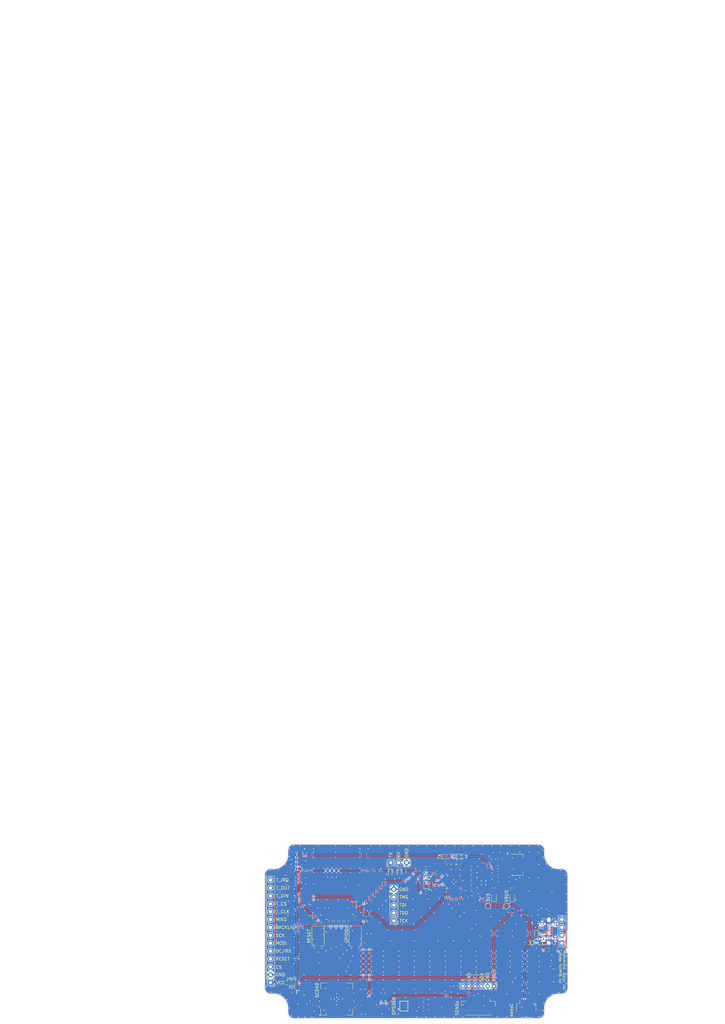
<source format=kicad_pcb>
(kicad_pcb (version 20240108) (generator "pcbnew") (generator_version "8.0")
  (title_block (title "${DOC_TYPE} Document") (date "2024-04-13") (rev "1.1") (company "${COMPANY}"))
  (layers (0 "F.Cu" mixed "L1.Cu") (1 "In1.Cu" power "L2.Cu") (2 "In2.Cu" power "L3.Cu") (31 "B.Cu" mixed "L4.Cu") (34 "B.Paste" user) (35 "F.Paste" user) (36 "B.SilkS" user "B.Silkscreen") (37 "F.SilkS" user "F.Silkscreen") (38 "B.Mask" user) (39 "F.Mask" user) (44 "Edge.Cuts" user))
  (property "BOARD_NAME" "VERN Air Quality Monitor")
  (property "COMPANY" "VERN University")
  (property "DESIGNER" "Antonio Šimunčić")
  (property "DOC_TYPE" "Fabrication")
  (property "PROJECT_NAME" "Smart AQM")
  (property "RELEASE_DATE" "2024-11-11")
  (property "REVIEWER" "doc. dr. sc. Petar Kolar")
  (property "REVISION" "10")
  (property "VARIANT" "RELEASED")
  (net 0 "")
  (net 1 "VBUS")
  (net 2 "GND")
  (net 3 "+3V3")
  (net 4 "/Project Architecture/MCU - ESP32/GPIO0")
  (net 5 "/Project Architecture/MCU - ESP32/RESET")
  (net 6 "Net-(U3-VBUS)")
  (net 7 "Net-(D1-K)")
  (net 8 "Net-(D4-K)")
  (net 9 "Net-(D5-K)")
  (net 10 "Net-(D6-A)")
  (net 11 "Net-(D7-A)")
  (net 12 "Net-(D8-K)")
  (net 13 "Net-(D9-K)")
  (net 14 "SPI_SCK")
  (net 15 "SPI_nCS_TOUCH")
  (net 16 "LCD_BACKLIGHT")
  (net 18 "LCD_RESET")
  (net 20 "SPI_nCS_LCD")
  (net 21 "SPI_MOSI")
  (net 22 "SPI_MISO")
  (net 23 "Net-(J1-Pin_1)")
  (net 24 "LCD_DC{slash}RS")
  (net 26 "Net-(J2-CC2)")
  (net 27 "Net-(J2-CC1)")
  (net 30 "Net-(J3-Pin_5)")
  (net 31 "I2C_SDA")
  (net 32 "I2C_SCL")
  (net 33 "SD_CS(D3)")
  (net 34 "SD_MOSI(CMD)")
  (net 35 "SD_SCK(CLK)")
  (net 36 "SD_MISO(D0)")
  (net 37 "JTAG_TCK")
  (net 38 "JTAG_TMS")
  (net 39 "JTAG_TDO")
  (net 40 "JTAG_TDI")
  (net 41 "Net-(Q1-C)")
  (net 42 "Net-(Q1-B)")
  (net 43 "/Project Architecture/MCU - ESP32/UART0_nRTS")
  (net 44 "/Project Architecture/MCU - ESP32/UART0_nDTR")
  (net 45 "Net-(Q2-C)")
  (net 46 "Net-(Q2-B)")
  (net 47 "USB_D-")
  (net 48 "USB_D+")
  (net 49 "UART0_TX")
  (net 50 "UART0_RX")
  (net 51 "Net-(U1-VO)")
  (net 52 "Net-(U3-~{RST})")
  (net 53 "Net-(U3-D-)")
  (net 54 "Net-(U3-D+)")
  (net 55 "Net-(U3-TXD)")
  (net 56 "Net-(U3-RXD)")
  (net 57 "Net-(U3-~{SUSPEND})")
  (net 58 "Net-(U3-~{TXT}{slash}GPIO.0)")
  (net 59 "Net-(U3-~{RXT}{slash}GPIO.1)")
  (net 60 "Net-(U5-SDO)")
  (net 82 "unconnected-(U5-~{CSB}-Pad2)")
  (net 83 "Net-(J5-Pin_5)")
  (net 86 "/Project Architecture/MCU - ESP32/D+")
  (net 87 "/Project Architecture/MCU - ESP32/D-")
  (footprint "Diode_SMD:D_SOD-523" (layer "F.Cu") (at 187.79 331.88 -90)
    (property "Reference" "D1" (hide yes))
    (property "Value" "ESD5Z3V3")
  )
  (footprint "Resistor_SMD:R_0603_1608Metric" (layer "F.Cu") (at 166.75 309.29)
    (property "Reference" "R19" (hide yes))
    (property "Value" "10k")
  )
  (footprint "Resistor_SMD:R_0603_1608Metric" (layer "F.Cu") (at 161.15 306.59 90)
    (property "Reference" "R28" (hide yes))
    (property "Value" "1k")
  )
  (footprint "Resistor_SMD:R_0603_1608Metric" (layer "F.Cu") (at 132.825 323.99)
    (property "Reference" "R33" (hide yes))
    (property "Value" "10k")
  )
  (footprint "Resistor_SMD:R_0603_1608Metric" (layer "F.Cu") (at 152.125 307.765)
    (property "Reference" "R31" (hide yes))
    (property "Value" "0R0")
  )
  (footprint "Capacitor_SMD:C_0805_2012Metric" (layer "F.Cu") (at 176 304.84 90)
    (property "Reference" "C6" (hide yes))
    (property "Value" "10u")
  )
  (footprint "Resistor_SMD:R_0603_1608Metric" (layer "F.Cu") (at 124.9 324.84 90)
    (property "Reference" "R11" (hide yes))
    (property "Value" "10k")
  )
  (footprint "Capacitor_SMD:C_0805_2012Metric" (layer "F.Cu") (at 111.45 302.59 90)
    (property "Reference" "C10" (hide yes))
    (property "Value" "10u")
  )
  (footprint "Diode_SMD:D_SOD-523" (layer "F.Cu") (at 187.79 329.13 -90)
    (property "Reference" "D2" (hide yes))
    (property "Value" "ESD321DYAR")
  )
  (footprint "Connector_PinHeader_2.54mm:PinHeader_1x03_P2.54mm_Vertical" (layer "F.Cu") (at 140.77 306.04 90)
    (property "Reference" "J4" (hide yes))
    (property "Value" "Conn_01x03_Pin")
  )
  (footprint "LED_SMD:LED_0603_1608Metric" (layer "F.Cu") (at 163.55 304.04)
    (property "Reference" "D9" (hide yes))
    (property "Value" "LED")
  )
  (footprint "Capacitor_SMD:C_0805_2012Metric" (layer "F.Cu") (at 166.95 315.94)
    (property "Reference" "C14" (hide yes))
    (property "Value" "10u")
  )
  (footprint "Capacitor_SMD:C_0603_1608Metric" (layer "F.Cu") (at 151.341524 353.381524)
    (property "Reference" "C16" (hide yes))
    (property "Value" "100n")
  )
  (footprint "Connector_JST:JST_SH_SM04B-SRSS-TB_1x04-1MP_P1.00mm_Horizontal" (layer "F.Cu") (at 184.5 353.24)
    (property "Reference" "J8" (hide yes))
    (property "Value" "Conn_01x04_MountingPin")
  )
  (footprint "Capacitor_SMD:C_0603_1608Metric" (layer "F.Cu") (at 110.45 306.515 180)
    (property "Reference" "C8" (hide yes))
    (property "Value" "100n")
  )
  (footprint "Diode_SMD:D_SOD-523" (layer "F.Cu") (at 185.69 331.78 180)
    (property "Reference" "D3" (hide yes))
    (property "Value" "ESD321DYAR")
  )
  (footprint "Mechanical:USB_C_Receptacle_GCT_USB4220-03-xxxx-C_Vertical" (layer "F.Cu") (at 191.8 328.17 90)
    (property "Reference" "J2" (hide yes))
    (property "Value" "USB4220-03-1000-C")
  )
  (footprint "Diode_SMD:D_SOD-523" (layer "F.Cu") (at 140.6 309.34 -90)
    (property "Reference" "D4" (hide yes))
    (property "Value" "ESD321DYAR")
  )
  (footprint "Resistor_SMD:R_0603_1608Metric" (layer "F.Cu") (at 161.95 317.79 -90)
    (property "Reference" "R21" (hide yes))
    (property "Value" "0R0")
  )
  (footprint "Resistor_SMD:R_0603_1608Metric" (layer "F.Cu") (at 166.75 312.49 180)
    (property "Reference" "R20" (hide yes))
    (property "Value" "1k")
  )
  (footprint "LED_SMD:LED_0603_1608Metric" (layer "F.Cu") (at 158.8 304.04)
    (property "Reference" "D8" (hide yes))
    (property "Value" "LED")
  )
  (footprint "TestPoint:TestPoint_Pad_D1.5mm" (layer "F.Cu") (at 178.1 319.99)
    (property "Reference" "TP1" (hide yes))
    (property "Value" "TestPoint")
  )
  (footprint "Capacitor_SMD:C_0603_1608Metric" (layer "F.Cu") (at 175.4 309.34 180)
    (property "Reference" "C4" (hide yes))
    (property "Value" "100n")
  )
  (footprint "Connector_PinHeader_2.54mm:PinHeader_1x05_P2.54mm_Vertical" (layer "F.Cu") (at 141.775 324.765 180)
    (property "Reference" "J7" (hide yes))
    (property "Value" "Conn_01x05_Pin")
  )
  (footprint "Capacitor_SMD:C_0805_2012Metric" (layer "F.Cu") (at 109.45 302.59 90)
    (property "Reference" "C11" (hide yes))
    (property "Value" "10u")
  )
  (footprint "Resistor_SMD:R_0603_1608Metric" (layer "F.Cu") (at 161.8 345.84 90)
    (property "Reference" "R7" (hide yes))
    (property "Value" "0R0")
  )
  (footprint "Resistor_SMD:R_0603_1608Metric" (layer "F.Cu") (at 151.341524 350.181524)
    (property "Reference" "R34" (hide yes))
    (property "Value" "10k")
  )
  (footprint "Resistor_SMD:R_0603_1608Metric" (layer "F.Cu") (at 110.45 307.99)
    (property "Reference" "R17" (hide yes))
    (property "Value" "10k")
  )
  (footprint "Capacitor_SMD:C_0603_1608Metric" (layer "F.Cu") (at 129.35 323.99 180)
    (property "Reference" "C7" (hide yes))
    (property "Value" "100n")
  )
  (footprint "Fuse:Fuse_1206_3216Metric" (layer "F.Cu") (at 187.39 325.48 90)
    (property "Reference" "F1" (hide yes))
    (property "Value" "Polyfuse")
  )
  (footprint "Resistor_SMD:R_0603_1608Metric" (layer "F.Cu") (at 121.425 324.84 90)
    (property "Reference" "R13" (hide yes))
    (property "Value" "10k")
  )
  (footprint "Connector_PinHeader_2.00mm:PinHeader_1x06_P2.00mm_Vertical" (layer "F.Cu") (at 174.03 345.83 -90)
    (property "Reference" "J5" (hide yes))
    (property "Value" "Conn_01x06_Socket")
  )
  (footprint "Diode_SMD:D_SOD-523" (layer "F.Cu") (at 143.6 309.34 -90)
    (property "Reference" "D5" (hide yes))
    (property "Value" "ESD321DYAR")
  )
  (footprint "Capacitor_SMD:C_0603_1608Metric" (layer "F.Cu") (at 110.45 305.04 180)
    (property "Reference" "C12" (hide yes))
    (property "Value" "100n")
  )
  (footprint "Resistor_SMD:R_0603_1608Metric" (layer "F.Cu") (at 159.55 306.59 90)
    (property "Reference" "R27" (hide yes))
    (property "Value" "10k")
  )
  (footprint "Button_Switch_SMD:SW_Tactile_SPST_NO_Straight_CK_PTS636Sx25SMTRLFS" (layer "F.Cu") (at 117.35 329.69 -90)
    (property "Reference" "SW2" (hide yes))
    (property "Value" "SW_Push")
  )
  (footprint "Capacitor_SMD:C_0805_2012Metric" (layer "F.Cu") (at 179.05 311.44)
    (property "Reference" "C3" (hide yes))
    (property "Value" "10u")
  )
  (footprint "Resistor_SMD:R_0603_1608Metric" (layer "F.Cu") (at 166.75 307.69 180)
    (property "Reference" "R18" (hide yes))
    (property "Value" "5k1")
  )
  (footprint "Resistor_SMD:R_0603_1608Metric" (layer "F.Cu") (at 180 314.1025 -90)
    (property "Reference" "R15" (hide yes))
    (property "Value" "10k")
  )
  (footprint "Capacitor_SMD:C_0603_1608Metric" (layer "F.Cu") (at 116.2 352.04 -90)
    (property "Reference" "C19" (hide yes))
    (property "Value" "100n")
  )
  (footprint "Resistor_SMD:R_0603_1608Metric" (layer "F.Cu") (at 155.55 310.89 180)
    (property "Reference" "R26" (hide yes))
    (property "Value" "0R0")
  )
  (footprint "Resistor_SMD:R_0603_1608Metric" (layer "F.Cu") (at 155.55 314.09 180)
    (property "Reference" "R23" (hide yes))
    (property "Value" "10k")
  )
  (footprint "Connector_PinHeader_2.54mm:PinHeader_1x14_P2.54mm_Vertical" (layer "F.Cu") (at 102 344.68 180)
    (property "Reference" "J1" (hide yes))
    (property "Value" "Conn_01x14_Socket")
  )
  (footprint "Package_TO_SOT_SMD:SOT-323_SC-70" (layer "F.Cu") (at 152.125 313.29 180)
    (property "Reference" "Q1" (hide yes))
    (property "Value" "BC817")
  )
  (footprint "Capacitor_SMD:C_0603_1608Metric" (layer "F.Cu") (at 151.341524 351.781524)
    (property "Reference" "C18" (hide yes))
    (property "Value" "100n")
  )
  (footprint "Connector_JST:JST_GH_BM06B-GHS-TBT_1x06-1MP_P1.25mm_Vertical" (layer "F.Cu") (at 169.02 352.53 180)
    (property "Reference" "J3" (hide yes))
    (property "Value" "Conn_01x06_MountingPin")
  )
  (footprint "Resistor_SMD:R_0603_1608Metric" (layer "F.Cu") (at 158.75 317.79 90)
    (property "Reference" "R5" (hide yes))
    (property "Value" "0R0")
  )
  (footprint "Connector_PinHeader_2.54mm:PinHeader_1x04_P2.54mm_Vertical" (layer "F.Cu") (at 196 331.98 180)
    (property "Reference" "J6" (hide yes))
    (property "Value" "Conn_01x04_Socket")
  )
  (footprint "Components:LGA8S145X65P2X4_200X250X110-V" (layer "F.Cu") (at 145.016524 352.256524 90)
    (property "Reference" "U5" (hide yes))
    (property "Value" "DPS368")
  )
  (footprint "Resistor_SMD:R_0603_1608Metric" (layer "F.Cu") (at 155.55 309.29 180)
    (property "Reference" "R24" (hide yes))
    (property "Value" "10k")
  )
  (footprint "Resistor_SMD:R_0603_1608Metric" (layer "F.Cu") (at 123.15 324.84 90)
    (property "Reference" "R12" (hide yes))
    (property "Value" "10k")
  )
  (footprint "Capacitor_SMD:C_0603_1608Metric" (layer "F.Cu") (at 166.75 310.89)
    (property "Reference" "C13" (hide yes))
    (property "Value" "100n")
  )
  (footprint "Capacitor_SMD:C_0805_2012Metric" (layer "F.Cu") (at 173.9 304.84 90)
    (property "Reference" "C5" (hide yes))
    (property "Value" "10u")
  )
  (footprint "PCM_Espressif:ESP32-S3-WROOM-1" (layer "F.Cu") (at 123.35 309.84)
    (property "Reference" "U2" (hide yes))
    (property "Value" "ESP32-S3-WROOM-1")
  )
  (footprint "LED_SMD:LED_0603_1608Metric" (layer "F.Cu") (at 180 317.0775 90)
    (property "Reference" "D6" (hide yes))
    (property "Value" "LED")
  )
  (footprint "Resistor_SMD:R_0603_1608Metric" (layer "F.Cu") (at 108.875 344.69)
    (property "Reference" "R2" (hide yes))
    (property "Value" "0R0")
  )
  (footprint "Resistor_SMD:R_0603_1608Metric" (layer "F.Cu") (at 142.1 309.34 -90)
    (property "Reference" "R8" (hide yes))
    (property "Value" "100R")
  )
  (footprint "Resistor_SMD:R_0603_1608Metric" (layer "F.Cu") (at 108.875 347.29)
    (property "Reference" "R1" (hide yes))
    (property "Value" "0R0")
  )
  (footprint "Sensor:Sensirion_SCD4x-1EP_10.1x10.1mm_P1.25mm_EP4.8x4.8mm" (layer "F.Cu") (at 123.35 349.99 90)
    (property "Reference" "U4" (hide yes))
    (property "Value" "SCD40-D-R2")
  )
  (footprint "Resistor_SMD:R_0603_1608Metric" (layer "F.Cu") (at 160.35 317.79 -90)
    (property "Reference" "R22" (hide yes))
    (property "Value" "0R0")
  )
  (footprint "Resistor_SMD:R_0603_1608Metric" (layer "F.Cu") (at 163.55 317.79 90)
    (property "Reference" "R6" (hide yes))
    (property "Value" "0R0")
  )
  (footprint "Capacitor_SMD:C_0805_2012Metric" (layer "F.Cu") (at 175.55 311.44 180)
    (property "Reference" "C2" (hide yes))
    (property "Value" "10u")
  )
  (footprint "Capacitor_SMD:C_0603_1608Metric" (layer "F.Cu") (at 166.75 314.09)
    (property "Reference" "C15" (hide yes))
    (property "Value" "100n")
  )
  (footprint "Button_Switch_SMD:SW_Tactile_SPST_NO_Straight_CK_PTS636Sx25SMTRLFS" (layer "F.Cu") (at 129.35 329.69 -90)
    (property "Reference" "SW1" (hide yes))
    (property "Value" "SW_Push")
  )
  (footprint "Package_TO_SOT_SMD:SOT-323_SC-70" (layer "F.Cu") (at 152.125 310.09 180)
    (property "Reference" "Q2" (hide yes))
    (property "Value" "BC817")
  )
  (footprint "Resistor_SMD:R_0603_1608Metric" (layer "F.Cu") (at 126.625 324.84 90)
    (property "Reference" "R32" (hide yes))
    (property "Value" "10k")
  )
  (footprint "Package_DFN_QFN:QFN-24-1EP_4x4mm_P0.5mm_EP2.6x2.6mm" (layer "F.Cu") (at 161.15 312.19 90)
    (property "Reference" "U3" (hide yes))
    (property "Value" "CP2102N-Axx-xQFN24")
  )
  (footprint "Resistor_SMD:R_0603_1608Metric" (layer "F.Cu") (at 175.4 307.54 180)
    (property "Reference" "R14" (hide yes))
    (property "Value" "0R0")
  )
  (footprint "Resistor_SMD:R_0603_1608Metric" (layer "F.Cu") (at 162.75 306.59 90)
    (property "Reference" "R29" (hide yes))
    (property "Value" "1k")
  )
  (footprint "Resistor_SMD:R_0603_1608Metric" (layer "F.Cu") (at 160.3 345.84 -90)
    (property "Reference" "R10" (hide yes))
    (property "Value" "0R0")
  )
  (footprint "Resistor_SMD:R_0603_1608Metric" (layer "F.Cu") (at 191.79 334.18)
    (property "Reference" "R3" (hide yes))
    (property "Value" "5k1")
  )
  (footprint "Capacitor_SMD:C_0603_1608Metric" (layer "F.Cu") (at 130.5 352.04 -90)
    (property "Reference" "C17" (hide yes))
    (property "Value" "100n")
  )
  (footprint "LED_SMD:LED_0603_1608Metric" (layer "F.Cu") (at 174.1 317.115 90)
    (property "Reference" "D7" (hide yes))
    (property "Value" "LED")
  )
  (footprint "Capacitor_SMD:C_0603_1608Metric" (layer "F.Cu") (at 117.35 324.09)
    (property "Reference" "C9" (hide yes))
    (property "Value" "100n")
  )
  (footprint "Capacitor_SMD:C_0805_2012Metric" (layer "F.Cu") (at 188.39 322.13)
    (property "Reference" "C1" (hide yes))
    (property "Value" "1u")
  )
  (footprint "Resistor_SMD:R_0603_1608Metric" (layer "F.Cu") (at 191.79 322.13 180)
    (property "Reference" "R4" (hide yes))
    (property "Value" "5k1")
  )
  (footprint "Resistor_SMD:R_0603_1608Metric" (layer "F.Cu") (at 145.1 309.34 -90)
    (property "Reference" "R9" (hide yes))
    (property "Value" "100R")
  )
  (footprint "Resistor_SMD:R_0603_1608Metric" (layer "F.Cu") (at 152.125 315.615)
    (property "Reference" "R30" (hide yes))
    (property "Value" "0R0")
  )
  (footprint "Resistor_SMD:R_0603_1608Metric" (layer "F.Cu") (at 155.55 312.49 180)
    (property "Reference" "R25" (hide yes))
    (property "Value" "0R0")
  )
  (footprint "Resistor_SMD:R_0603_1608Metric" (layer "F.Cu") (at 174.1 314.14 -90)
    (property "Reference" "R16" (hide yes))
    (property "Value" "10k")
  )
  (footprint "TestPoint:TestPoint_Pad_D1.5mm" (layer "F.Cu") (at 172.175 319.99)
    (property "Reference" "TP2" (hide yes))
    (property "Value" "TestPoint")
  )
  (footprint "Package_TO_SOT_SMD:SOT-223-3_TabPin2" (layer "F.Cu") (at 181.6 306.74)
    (property "Reference" "U1" (hide yes))
    (property "Value" "AMS1117-3.3")
  )
  (gr_rect (start 181 303.14) (end 188 310.39) (fill solid) (layer "F.Cu") (net 51))
  (gr_rect (start 178.45 305.99) (end 181.05 307.49) (fill solid) (layer "F.Cu") (net 51))
  (gr_poly (pts (xy 175.75 309.59) (xy 176 310.89) (xy 176.05 311.99) (xy 176.25 312.14) (xy 178.4 312.14) (xy 178.6 311.89) (xy 178.6 309.74)) (fill solid) (layer "F.Cu") (net 1))
  (gr_poly (pts (xy 177.85 308.29) (xy 176.35 308.89) (xy 175.9 308.89) (xy 175.9 309.79) (xy 177.85 309.79)) (fill solid) (layer "F.Cu") (net 1))
  (gr_poly (pts (xy 173.9 305.29) (xy 176 305.29) (xy 176.7 305.54) (xy 177.85 305.99) (xy 177.85 307.49) (xy 176.5 307.99) (xy 175.85 307.89) (xy 175.625 306.29) (xy 173.9 306.29)) (fill solid) (layer "F.Cu") (net 51))
  (gr_rect (start 165.525 314.04) (end 166.425 316.14) (fill solid) (layer "F.Cu") (net 3))
  (gr_line (start 103 307.92) (end 102 307.92) (stroke (width 0.1)) (layer "Edge.Cuts"))
  (gr_line (start 103 348.42) (end 102 348.42) (stroke (width 0.1)) (layer "Edge.Cuts"))
  (gr_arc (start 195 307.92) (mid 191.818019 306.601981) (end 190.5 303.42) (stroke (width 0.1)) (layer "Edge.Cuts"))
  (gr_arc (start 198 346.42) (mid 197.414214 347.834214) (end 196 348.42) (stroke (width 0.1)) (layer "Edge.Cuts"))
  (gr_arc (start 107.5 303.42) (mid 106.181981 306.601981) (end 103 307.92) (stroke (width 0.1)) (layer "Edge.Cuts"))
  (gr_line (start 109.5 356.34) (end 188.5 356.34) (stroke (width 0.1)) (layer "Edge.Cuts"))
  (gr_arc (start 102 348.42) (mid 100.585786 347.834214) (end 100 346.42) (stroke (width 0.1)) (layer "Edge.Cuts"))
  (gr_arc (start 188.5 300) (mid 189.914214 300.585786) (end 190.5 302) (stroke (width 0.1)) (layer "Edge.Cuts"))
  (gr_line (start 107.5 303.42) (end 107.5 302) (stroke (width 0.1)) (layer "Edge.Cuts"))
  (gr_line (start 188.5 300) (end 109.5 300) (stroke (width 0.1)) (layer "Edge.Cuts"))
  (gr_line (start 195 307.92) (end 196 307.92) (stroke (width 0.1)) (layer "Edge.Cuts"))
  (gr_arc (start 107.5 302) (mid 108.085786 300.585786) (end 109.5 300) (stroke (width 0.1)) (layer "Edge.Cuts"))
  (gr_arc (start 100 309.92) (mid 100.585786 308.505786) (end 102 307.92) (stroke (width 0.1)) (layer "Edge.Cuts"))
  (gr_line (start 195 348.42) (end 196 348.42) (stroke (width 0.1)) (layer "Edge.Cuts"))
  (gr_arc (start 109.5 356.34) (mid 108.085786 355.754214) (end 107.5 354.34) (stroke (width 0.1)) (layer "Edge.Cuts"))
  (gr_arc (start 190.5 354.34) (mid 189.914214 355.754214) (end 188.5 356.34) (stroke (width 0.1)) (layer "Edge.Cuts"))
  (gr_line (start 100 309.92) (end 100 346.42) (stroke (width 0.1)) (layer "Edge.Cuts"))
  (gr_line (start 107.5 352.92) (end 107.5 354.34) (stroke (width 0.1)) (layer "Edge.Cuts"))
  (gr_arc (start 190.5 352.92) (mid 191.818019 349.738019) (end 195 348.42) (stroke (width 0.1)) (layer "Edge.Cuts"))
  (gr_line (start 190.5 303.42) (end 190.5 302) (stroke (width 0.1)) (layer "Edge.Cuts"))
  (gr_arc (start 196 307.92) (mid 197.414214 308.505786) (end 198 309.92) (stroke (width 0.1)) (layer "Edge.Cuts"))
  (gr_arc (start 103 348.42) (mid 106.181981 349.738019) (end 107.5 352.92) (stroke (width 0.1)) (layer "Edge.Cuts"))
  (gr_line (start 198 346.42) (end 198 309.92) (stroke (width 0.1)) (layer "Edge.Cuts"))
  (gr_line (start 190.5 352.92) (end 190.5 354.34) (stroke (width 0.1)) (layer "Edge.Cuts"))
  (gr_text "MOSI" (at 105.45 331.99 0) (layer "F.SilkS") (effects (font (size 1 1))))
  (gr_text "GPIO0" (at 127.1 329.69 90) (layer "F.SilkS") (effects (font (size 1 1)) (justify bottom)))
  (gr_text "GND" (at 146.5 304.54 90) (layer "F.SilkS") (effects (font (size 1 1)) (justify left bottom)))
  (gr_text "VBUS" (at 108.875 343.44 0) (layer "F.SilkS") (effects (font (size 0.8 0.8) (thickness 0.125))))
  (gr_text "Air Quality Meter\nfor VERN' University" (at 197.2 334.64 90) (layer "F.SilkS") (effects (font (size 0.8 0.8) (thickness 0.125)) (justify right bottom)))
  (gr_text "TCK" (at 143.475 325.385 0) (layer "F.SilkS") (effects (font (size 1 1)) (justify left bottom)))
  (gr_text "RX" (at 161.875 304.04 90) (layer "F.SilkS") (effects (font (size 1 1)) (justify bottom)))
  (gr_text "BACKLIGHT" (at 107.6 326.89 0) (layer "F.SilkS") (effects (font (size 1 1))))
  (gr_text "DPS368" (at 142.366524 352.256524 90) (layer "F.SilkS") (effects (font (size 1 1)) (justify bottom)))
  (gr_text "VCC" (at 105.2 344.69 0) (layer "F.SilkS") (effects (font (size 1 1))))
  (gr_text "T_CLK" (at 105.95 321.84 0) (layer "F.SilkS") (effects (font (size 1 1))))
  (gr_text "T_OUT" (at 105.95 314.19 0) (layer "F.SilkS") (effects (font (size 1 1))))
  (gr_text "3V3" (at 108.875 346.04 0) (layer "F.SilkS") (effects (font (size 0.8 0.8) (thickness 0.125))))
  (gr_text "3V3" (at 172.825 317.34 90) (layer "F.SilkS") (effects (font (size 1 1)) (justify bottom)))
  (gr_text "MISO" (at 105.45 324.34 0) (layer "F.SilkS") (effects (font (size 1 1))))
  (gr_text "GND" (at 172.64 344.55 90) (layer "F.SilkS") (effects (font (size 1 1)) (justify left bottom)))
  (gr_text "SCK" (at 105.15 329.49 0) (layer "F.SilkS") (effects (font (size 1 1))))
  (gr_text "T_CS" (at 105.5 319.29 0) (layer "F.SilkS") (effects (font (size 1 1))))
  (gr_text "T_IRQ" (at 105.8 311.64 0) (layer "F.SilkS") (effects (font (size 1 1))))
  (gr_text "TX" (at 141.4 304.44 90) (layer "F.SilkS") (effects (font (size 1 1)) (justify left bottom)))
  (gr_text "GND" (at 105.2 342.14 0) (layer "F.SilkS") (effects (font (size 1 1))))
  (gr_text "TDO" (at 143.475 322.835 0) (layer "F.SilkS") (effects (font (size 1 1)) (justify left bottom)))
  (gr_text "RESET" (at 105.9 337.04 0) (layer "F.SilkS") (effects (font (size 1 1))))
  (gr_text "T_DIN" (at 105.8 316.74 0) (layer "F.SilkS") (effects (font (size 1 1))))
  (gr_text "VBUS" (at 174.66 344.45 90) (layer "F.SilkS") (effects (font (size 1 1)) (justify left bottom)))
  (gr_text "GND" (at 143.375 315.235 0) (layer "F.SilkS") (effects (font (size 1 1)) (justify left bottom)))
  (gr_text "SEN5x" (at 162.75 352.89 90) (layer "F.SilkS") (effects (font (size 1 1)) (justify bottom)))
  (gr_text "TMS" (at 143.475 317.735 0) (layer "F.SilkS") (effects (font (size 1 1)) (justify left bottom)))
  (gr_text "DC/RS" (at 106.15 334.54 0) (layer "F.SilkS") (effects (font (size 1 1))))
  (gr_text "SDA" (at 170.64 344.55 90) (layer "F.SilkS") (effects (font (size 1 1)) (justify left bottom)))
  (gr_text "RX" (at 143.9 304.54 90) (layer "F.SilkS") (effects (font (size 1 1)) (justify left bottom)))
  (gr_text "GND" (at 166.64 344.55 90) (layer "F.SilkS") (effects (font (size 1 1)) (justify left bottom)))
  (gr_text "SCL" (at 168.64 344.55 90) (layer "F.SilkS") (effects (font (size 1 1)) (justify left bottom)))
  (gr_text "VBUS" (at 178.725 316.79 90) (layer "F.SilkS") (effects (font (size 1 1)) (justify bottom)))
  (gr_text "easyC" (at 180.25 353.58 90) (layer "F.SilkS") (effects (font (size 1 1)) (justify bottom)))
  (gr_text "TDI" (at 143.475 320.285 0) (layer "F.SilkS") (effects (font (size 1 1)) (justify left bottom)))
  (gr_text "X" (at 164.64 344.45 90) (layer "F.SilkS") (effects (font (size 1 1)) (justify left bottom)))
  (gr_text "TX" (at 157.125 304.04 90) (layer "F.SilkS") (effects (font (size 1 1)) (justify bottom)))
  (gr_text "RESET" (at 115.025 329.69 90) (layer "F.SilkS") (effects (font (size 1 1)) (justify bottom)))
  (gr_text "CS" (at 104.65 339.69 0) (layer "F.SilkS") (effects (font (size 1 1))))
  (gr_text "SCD40" (at 117.6 347.14 90) (layer "F.SilkS") (effects (font (size 1 1)) (justify bottom)))
  (segment (start 178.1 313.265) (end 178.1 311.765) (width 1) (layer "F.Cu") (net 1))
  (segment (start 111.275 344.69) (end 109.7 344.69) (width 0.5) (layer "F.Cu") (net 1))
  (segment (start 176.175 309.34) (end 175.4 308.565) (width 0.2) (layer "F.Cu") (net 1))
  (segment (start 175.4 307.065) (end 175 306.665) (width 0.2) (layer "F.Cu") (net 1))
  (segment (start 178.1125 313.2775) (end 178.1 313.265) (width 0.2) (layer "F.Cu") (net 1))
  (segment (start 187.39 322.18) (end 187.44 322.13) (width 0.5) (layer "F.Cu") (net 1))
  (segment (start 175.4 308.565) (end 175.4 307.065) (width 0.2) (layer "F.Cu") (net 1))
  (segment (start 172.145 350.58) (end 172.145 349.345) (width 0.3) (layer "F.Cu") (net 1))
  (segment (start 174.03 347.46) (end 174.03 345.83) (width 0.3) (layer "F.Cu") (net 1))
  (segment (start 187.39 324.08) (end 187.45 324.02) (width 1) (layer "F.Cu") (net 1))
  (segment (start 172.145 349.345) (end 174.03 347.46) (width 0.3) (layer "F.Cu") (net 1))
  (segment (start 177.775 311.765) (end 178.1 311.44) (width 0.5) (layer "F.Cu") (net 1))
  (segment (start 178.1 319.99) (end 178.1 315.615) (width 1) (layer "F.Cu") (net 1))
  (segment (start 180.24 322.13) (end 187.44 322.13) (width 1) (layer "F.Cu") (net 1))
  (segment (start 168.525 306.665) (end 167.575 307.615) (width 0.2) (layer "F.Cu") (net 1))
  (segment (start 178.1 315.615) (end 178.1 313.265) (width 1) (layer "F.Cu") (net 1))
  (segment (start 187.45 324.02) (end 187.45 322.24) (width 1) (layer "F.Cu") (net 1))
  (segment (start 175 306.665) (end 168.525 306.665) (width 0.2) (layer "F.Cu") (net 1))
  (segment (start 180.24 322.13) (end 178.1 319.99) (width 1) (layer "F.Cu") (net 1))
  (segment (start 167.575 307.615) (end 167.575 307.69) (width 0.2) (layer "F.Cu") (net 1))
  (segment (start 180 313.2775) (end 178.1125 313.2775) (width 0.2) (layer "F.Cu") (net 1))
  (via (at 111.275 344.69) (size 0.6) (drill 0.3) (layers "F.Cu" "B.Cu") (net 1))
  (via (at 180.24 322.13) (size 0.6) (drill 0.3) (layers "F.Cu" "B.Cu") (net 1))
  (segment (start 112.975 342.99) (end 174.03 342.99) (width 0.5) (layer "B.Cu") (net 1))
  (segment (start 111.275 344.69) (end 112.975 342.99) (width 0.5) (layer "B.Cu") (net 1))
  (segment (start 179.71 322.13) (end 174.03 327.81) (width 0.5) (layer "B.Cu") (net 1))
  (segment (start 180.24 322.13) (end 179.71 322.13) (width 0.5) (layer "B.Cu") (net 1))
  (segment (start 174.03 327.81) (end 174.03 345.83) (width 0.5) (layer "B.Cu") (net 1))
  (segment (start 140.25 353.231524) (end 140.225 353.24) (width 0.2) (layer "F.Cu") (net 2))
  (segment (start 145.741524 352.581524) (end 149.85 352.581524) (width 0.2) (layer "F.Cu") (net 2))
  (segment (start 152.95 351.765) (end 152.133048 351.765) (width 0.3) (layer "F.Cu") (net 2))
  (segment (start 152.133048 351.765) (end 152.116524 351.781524) (width 0.3) (layer "F.Cu") (net 2))
  (segment (start 144.291524 353.231524) (end 140.25 353.231524) (width 0.2) (layer "F.Cu") (net 2))
  (segment (start 115.85 301.59) (end 114.61 301.59) (width 0.5) (layer "F.Cu") (net 2))
  (segment (start 130.85 301.59) (end 132.09 301.59) (width 0.5) (layer "F.Cu") (net 2))
  (segment (start 132.09 301.59) (end 132.1 301.58) (width 0.5) (layer "F.Cu") (net 2))
  (segment (start 140.225 353.24) (end 140.233048 353.231524) (width 0.2) (layer "F.Cu") (net 2))
  (segment (start 152.95 353.39) (end 152.125 353.39) (width 0.3) (layer "F.Cu") (net 2))
  (segment (start 152.125 353.39) (end 152.116524 353.381524) (width 0.3) (layer "F.Cu") (net 2))
  (segment (start 152.166524 350.181524) (end 152.941524 350.181524) (width 0.3) (layer "F.Cu") (net 2))
  (segment (start 170.895 350.58) (end 170.895 349.09) (width 0.3) (layer "F.Cu") (net 2))
  (segment (start 140.233048 353.231524) (end 140.241524 353.231524) (width 0.2) (layer "F.Cu") (net 2))
  (segment (start 152.941524 350.181524) (end 152.95 350.19) (width 0.3) (layer "F.Cu") (net 2))
  (segment (start 114.61 301.59) (end 114.6 301.58) (width 0.5) (layer "F.Cu") (net 2))
  (via (at 123.8 342.24) (size 0.6) (drill 0.3) (layers "F.Cu" "B.Cu") (net 2))
  (via (at 161.15 312.84) (size 0.6) (drill 0.3) (layers "F.Cu" "B.Cu") (net 2))
  (via (at 169.4 318.24) (size 0.6) (drill 0.3) (layers "F.Cu" "B.Cu") (net 2))
  (via (at 123.349888 350.610211) (size 0.6) (drill 0.3) (layers "F.Cu" "B.Cu") (net 2))
  (via (at 189.345768 320.747182) (size 0.6) (drill 0.3) (layers "F.Cu" "B.Cu") (net 2))
  (via (at 123.25 307.89) (size 0.6) (drill 0.3) (layers "F.Cu" "B.Cu") (net 2))
  (via (at 138.4 341.24) (size 0.6) (drill 0.3) (layers "F.Cu" "B.Cu") (net 2))
  (via (at 127.8 307.94) (size 0.6) (drill 0.3) (layers "F.Cu" "B.Cu") (net 2))
  (via (at 109.7 336.84) (size 0.6) (drill 0.3) (layers "F.Cu" "B.Cu") (net 2))
  (via (at 174.789894 347.084097) (size 0.6) (drill 0.3) (layers "F.Cu" "B.Cu") (net 2))
  (via (at 113.644097 325.88755) (size 0.6) (drill 0.3) (layers "F.Cu" "B.Cu") (net 2))
  (via (at 111.25 347.14) (size 0.6) (drill 0.3) (layers "F.Cu" "B.Cu") (net 2))
  (via (at 173.1 323.44) (size 0.6) (drill 0.3) (layers "F.Cu" "B.Cu") (net 2))
  (via (at 112.175 307.79) (size 0.6) (drill 0.3) (layers "F.Cu" "B.Cu") (net 2))
  (via (at 108.613028 355.461937) (size 0.6) (drill 0.3) (layers "F.Cu" "B.Cu") (net 2))
  (via (at 138.4 346.84) (size 0.6) (drill 0.3) (layers "F.Cu" "B.Cu") (net 2))
  (via (at 109.7 325.84) (size 0.6) (drill 0.3) (layers "F.Cu" "B.Cu") (net 2))
  (via (at 163.4 334.54) (size 0.6) (drill 0.3) (layers "F.Cu" "B.Cu") (net 2))
  (via (at 126.7 334.24) (size 0.6) (drill 0.3) (layers "F.Cu" "B.Cu") (net 2))
  (via (at 109.7 329.84) (size 0.6) (drill 0.3) (layers "F.Cu" "B.Cu") (net 2))
  (via (at 190 304.24) (size 0.6) (drill 0.3) (layers "F.Cu" "B.Cu") (net 2))
  (via (at 170.037713 303.356184) (size 0.6) (drill 0.3) (layers "F.Cu" "B.Cu") (net 2))
  (via (at 158.461636 349.398602) (size 0.6) (drill 0.3) (layers "F.Cu" "B.Cu") (net 2))
  (via (at 117.8 343.74) (size 0.6) (drill 0.3) (layers "F.Cu" "B.Cu") (net 2))
  (via (at 138.1 319.74) (size 0.6) (drill 0.3) (layers "F.Cu" "B.Cu") (net 2))
  (via (at 163.6 314.59) (size 0.6) (drill 0.3) (layers "F.Cu" "B.Cu") (net 2))
  (via (at 195.603897 308.486325) (size 0.6) (drill 0.3) (layers "F.Cu" "B.Cu") (net 2))
  (via (at 111.25 345.54) (size 0.6) (drill 0.3) (layers "F.Cu" "B.Cu") (net 2))
  (via (at 117.18608 320.609153) (size 0.6) (drill 0.3) (layers "F.Cu" "B.Cu") (net 2))
  (via (at 130.8 302.74) (size 0.6) (drill 0.3) (layers "F.Cu" "B.Cu") (net 2))
  (via (at 157.2 352.44) (size 0.6) (drill 0.3) (layers "F.Cu" "B.Cu") (net 2))
  (via (at 181.164216 311.441855) (size 0.6) (drill 0.3) (layers "F.Cu" "B.Cu") (net 2))
  (via (at 135.6 316.94) (size 0.6) (drill 0.3) (layers "F.Cu" "B.Cu") (net 2))
  (via (at 111.45 300.59) (size 0.6) (drill 0.3) (layers "F.Cu" "B.Cu") (net 2))
  (via (at 190.707126 324.422015) (size 0.6) (drill 0.3) (layers "F.Cu" "B.Cu") (net 2))
  (via (at 124.9 327.34) (size 0.6) (drill 0.3) (layers "F.Cu" "B.Cu") (net 2))
  (via (at 180.4 320.79) (size 0.6) (drill 0.3) (layers "F.Cu" "B.Cu") (net 2))
  (via (at 125.4 335.44) (size 0.6) (drill 0.3) (layers "F.Cu" "B.Cu") (net 2))
  (via (at 126.8 346.44) (size 0.6) (drill 0.3) (layers "F.Cu" "B.Cu") (net 2))
  (via (at 127.8 337.74) (size 0.6) (drill 0.3) (layers "F.Cu" "B.Cu") (net 2))
  (via (at 123.2 333.14) (size 0.6) (drill 0.3) (layers "F.Cu" "B.Cu") (net 2))
  (via (at 195.807646 334.180311) (size 0.6) (drill 0.3) (layers "F.Cu" "B.Cu") (net 2))
  (via (at 197.440979 336.063496) (size 0.6) (drill 0.3) (layers "F.Cu" "B.Cu") (net 2))
  (via (at 197.14059 347.30971) (size 0.6) (drill 0.3) (layers "F.Cu" "B.Cu") (net 2))
  (via (at 127.7 300.59) (size 0.6) (drill 0.3) (layers "F.Cu" "B.Cu") (net 2))
  (via (at 163.4 339.54) (size 0.6) (drill 0.3) (layers "F.Cu" "B.Cu") (net 2))
  (via (at 119.9 334.44) (size 0.6) (drill 0.3) (layers "F.Cu" "B.Cu") (net 2))
  (via (at 190.942538 306.448685) (size 0.6) (drill 0.3) (layers "F.Cu" "B.Cu") (net 2))
  (via (at 186.3 332.74) (size 0.6) (drill 0.3) (layers "F.Cu" "B.Cu") (net 2))
  (via (at 179.107234 319.150277) (size 0.6) (drill 0.3) (layers "F.Cu" "B.Cu") (net 2))
  (via (at 111.2 335.34) (size 0.6) (drill 0.3) (layers "F.Cu" "B.Cu") (net 2))
  (via (at 103.4 343.84) (size 0.6) (drill 0.3) (layers "F.Cu" "B.Cu") (net 2))
  (via (at 100.6 335.79) (size 0.6) (drill 0.3) (layers "F.Cu" "B.Cu") (net 2))
  (via (at 134.5 337.84) (size 0.6) (drill 0.3) (layers "F.Cu" "B.Cu") (net 2))
  (via (at 147.9 317.79) (size 0.6) (drill 0.3) (layers "F.Cu" "B.Cu") (net 2))
  (via (at 111.2 324.44) (size 0.6) (drill 0.3) (layers "F.Cu" "B.Cu") (net 2))
  (via (at 134.5 328.94) (size 0.6) (drill 0.3) (layers "F.Cu" "B.Cu") (net 2))
  (via (at 197.4 324.84) (size 0.6) (drill 0.3) (layers "F.Cu" "B.Cu") (net 2))
  (via (at 187.788251 333.563608) (size 0.6) (drill 0.3) (layers "F.Cu" "B.Cu") (net 2))
  (via (at 169.059966 315.945345) (size 0.6) (drill 0.3) (layers "F.Cu" "B.Cu") (net 2))
  (via (at 119.5 320.64) (size 0.6) (drill 0.3) (layers "F.Cu" "B.Cu") (net 2))
  (via (at 160.302561 347.71216) (size 0.6) (drill 0.3) (layers "F.Cu" "B.Cu") (net 2))
  (via (at 126.9 317.89) (size 0.6) (drill 0.3) (layers "F.Cu" "B.Cu") (net 2))
  (via (at 132.8 342.24) (size 0.6) (drill 0.3) (layers "F.Cu" "B.Cu") (net 2))
  (via (at 180 310.04) (size 0.6) (drill 0.3) (layers "F.Cu" "B.Cu") (net 2))
  (via (at 134.5 336.04) (size 0.6) (drill 0.3) (layers "F.Cu" "B.Cu") (net 2))
  (via (at 149 312.54) (size 0.6) (drill 0.3) (layers "F.Cu" "B.Cu") (net 2))
  (via (at 143.4 346.84) (size 0.6) (drill 0.3) (layers "F.Cu" "B.Cu") (net 2))
  (via (at 127.1 339.54) (size 0.6) (drill 0.3) (layers "F.Cu" "B.Cu") (net 2))
  (via (at 155.4 300.59) (size 0.6) (drill 0.3) (layers "F.Cu" "B.Cu") (net 2))
  (via (at 150.2 310.14) (size 0.6) (drill 0.3) (layers "F.Cu" "B.Cu") (net 2))
  (via (at 169.65 329.69) (size 0.6) (drill 0.3) (layers "F.Cu" "B.Cu") (net 2))
  (via (at 197.416035 316.101915) (size 0.6) (drill 0.3) (layers "F.Cu" "B.Cu") (net 2))
  (via (at 115.35 355.74) (size 0.6) (drill 0.3) (layers "F.Cu" "B.Cu") (net 2))
  (via (at 138.4 334.54) (size 0.6) (drill 0.3) (layers "F.Cu" "B.Cu") (net 2))
  (via (at 106.9 313.04) (size 0.6) (drill 0.3) (layers "F.Cu" "B.Cu") (net 2))
  (via (at 158.4 342.24) (size 0.6) (drill 0.3) (layers "F.Cu" "B.Cu") (net 2))
  (via (at 143.6 310.965) (size 0.6) (drill 0.3) (layers "F.Cu" "B.Cu") (net 2))
  (via (at 113.1 319.74) (size 0.6) (drill 0.3) (layers "F.Cu" "B.Cu") (net 2))
  (via (at 119.9 346.54) (size 0.6) (drill 0.3) (layers "F.Cu" "B.Cu") (net 2))
  (via (at 193.3 344.44) (size 0.6) (drill 0.3) (layers "F.Cu" "B.Cu") (net 2))
  (via (at 100.552895 310.845011) (size 0.6) (drill 0.3) (layers "F.Cu" "B.Cu") (net 2))
  (via (at 145.5 349.54) (size 0.6) (drill 0.3) (layers "F.Cu" "B.Cu") (net 2))
  (via (at 188.728507 355.743786) (size 0.6) (drill 0.3) (layers "F.Cu" "B.Cu") (net 2))
  (via (at 168.4 334.54) (size 0.6) (drill 0.3) (layers "F.Cu" "B.Cu") (net 2))
  (via (at 163.2 323.39) (size 0.6) (drill 0.3) (layers "F.Cu" "B.Cu") (net 2))
  (via (at 163.4 342.24) (size 0.6) (drill 0.3) (layers "F.Cu" "B.Cu") (net 2))
  (via (at 127.8 309.24) (size 0.6) (drill 0.3) (layers "F.Cu" "B.Cu") (net 2))
  (via (at 143.4 339.54) (size 0.6) (drill 0.3) (layers "F.Cu" "B.Cu") (net 2))
  (via (at 130.8 307.84) (size 0.6) (drill 0.3) (layers "F.Cu" "B.Cu") (net 2))
  (via (at 167.7 348.74) (size 0.6) (drill 0.3) (layers "F.Cu" "B.Cu") (net 2))
  (via (at 185.4 315.24) (size 0.6) (drill 0.3) (layers "F.Cu" "B.Cu") (net 2))
  (via (at 128.835857 350.588552) (size 0.6) (drill 0.3) (layers "F.Cu" "B.Cu") (net 2))
  (via (at 103.9 325.94) (size 0.6) (drill 0.3) (layers "F.Cu" "B.Cu") (net 2))
  (via (at 100.550111 312.968953) (size 0.6) (drill 0.3) (layers "F.Cu" "B.Cu") (net 2))
  (via (at 138.4 339.54) (size 0.6) (drill 0.3) (layers "F.Cu" "B.Cu") (net 2))
  (via (at 184.00902 331.780478) (size 0.6) (drill 0.3) (layers "F.Cu" "B.Cu") (net 2))
  (via (at 168.3 325.94) (size 0.6) (drill 0.3) (layers "F.Cu" "B.Cu") (net 2))
  (via (at 151.95 324.84) (size 0.6) (drill 0.3) (layers "F.Cu" "B.Cu") (net 2))
  (via (at 100.553452 345.940779) (size 0.6) (drill 0.3) (layers "F.Cu" "B.Cu") (net 2))
  (via (at 102.05 347.84) (size 0.6) (drill 0.3) (layers "F.Cu" "B.Cu") (net 2))
  (via (at 181.2 325.74) (size 0.6) (drill 0.3) (layers "F.Cu" "B.Cu") (net 2))
  (via (at 123.997958 349.994602) (size 0.6) (drill 0.3) (layers "F.Cu" "B.Cu") (net 2))
  (via (at 136.9 320.94) (size 0.6) (drill 0.3) (layers "F.Cu" "B.Cu") (net 2))
  (via (at 148.4 334.54) (size 0.6) (drill 0.3) (layers "F.Cu" "B.Cu") (net 2))
  (via (at 143.1 320.94) (size 0.6) (drill 0.3) (layers "F.Cu" "B.Cu") (net 2))
  (via (at 138.4 337.74) (size 0.6) (drill 0.3) (layers "F.Cu" "B.Cu") (net 2))
  (via (at 128.1 333.54) (size 0.6) (drill 0.3) (layers "F.Cu" "B.Cu") (net 2))
  (via (at 113.15 355.74) (size 0.6) (drill 0.3) (layers "F.Cu" "B.Cu") (net 2))
  (via (at 143.4 343.74) (size 0.6) (drill 0.3) (layers "F.Cu" "B.Cu") (net 2))
  (via (at 138.4 343.74) (size 0.6) (drill 0.3) (layers "F.Cu" "B.Cu") (net 2))
  (via (at 181 343.24) (size 0.6) (drill 0.3) (layers "F.Cu" "B.Cu") (net 2))
  (via (at 130.5 333.54) (size 0.6) (drill 0.3) (layers "F.Cu" "B.Cu") (net 2))
  (via (at 195.258017 328.181759) (size 0.6) (drill 0.3) (layers "F.Cu" "B.Cu") (net 2))
  (via (at 114.719376 350.6101) (size 0.6) (drill 0.3) (layers "F.Cu" "B.Cu") (net 2))
  (via (at 143.4 300.59) (size 0.6) (drill 0.3) (layers "F.Cu" "B.Cu") (net 2))
  (via (at 150.2 312.54) (size 0.6) (drill 0.3) (layers "F.Cu" "B.Cu") (net 2))
  (via (at 183.2 337.84) (size 0.6) (drill 0.3) (layers "F.Cu" "B.Cu") (net 2))
  (via (at 174.921965 343.076692) (size 0.6) (drill 0.3) (layers "F.Cu" "B.Cu") (net 2))
  (via (at 184.8 339.54) (size 0.6) (drill 0.3) (layers "F.Cu" "B.Cu") (net 2))
  (via (at 162.015924 305.02775) (size 0.6) (drill 0.3) (layers "F.Cu" "B.Cu") (net 2))
  (via (at 109.7 338.54) (size 0.6) (drill 0.3) (layers "F.Cu" "B.Cu") (net 2))
  (via (at 123 304.34) (size 0.6) (drill 0.3) (layers "F.Cu" "B.Cu") (net 2))
  (via (at 115.8 332.44) (size 0.6) (drill 0.3) (layers "F.Cu" "B.Cu") (net 2))
  (via (at 183 349.84) (size 0.6) (drill 0.3) (layers "F.Cu" "B.Cu") (net 2))
  (via (at 115.9 304.34) (size 0.6) (drill 0.3) (layers "F.Cu" "B.Cu") (net 2))
  (via (at 173.6 308.309933) (size 0.6) (drill 0.3) (layers "F.Cu" "B.Cu") (net 2))
  (via (at 174.827783 344.631286) (size 0.6) (drill 0.3) (layers "F.Cu" "B.Cu") (net 2))
  (via (at 148.4 336.04) (size 0.6) (drill 0.3) (layers "F.Cu" "B.Cu") (net 2))
  (via (at 123.85 317.89) (size 0.6) (drill 0.3) (layers "F.Cu" "B.Cu") (net 2))
  (via (at 100.6 340.79) (size 0.6) (drill 0.3) (layers "F.Cu" "B.Cu") (net 2))
  (via (at 105 315.54) (size 0.6) (drill 0.3) (layers "F.Cu" "B.Cu") (net 2))
  (via (at 159.7 326.84) (size 0.6) (drill 0.3) (layers "F.Cu" "B.Cu") (net 2))
  (via (at 138.2 323.69) (size 0.6) (drill 0.3) (layers "F.Cu" "B.Cu") (net 2))
  (via (at 173.907795 302.72363) (size 0.6) (drill 0.3) (layers "F.Cu" "B.Cu") (net 2))
  (via (at 192.945434 324.422015) (size 0.6) (drill 0.3) (layers "F.Cu" "B.Cu") (net 2))
  (via (at 119.9 354.84) (size 0.6) (drill 0.3) (layers "F.Cu" "B.Cu") (net 2))
  (via (at 169.04304 342.235824) (size 0.6) (drill 0.3) (layers "F.Cu" "B.Cu") (net 2))
  (via (at 123.15 327.34) (size 0.6) (drill 0.3) (layers "F.Cu" "B.Cu") (net 2))
  (via (at 123.349888 349.410211) (size 0.6) (drill 0.3) (layers "F.Cu" "B.Cu") (net 2))
  (via (at 186.2 323.14) (size 0.6) (drill 0.3) (layers "F.Cu" "B.Cu") (net 2))
  (via (at 132.605345 354.848017) (size 0.6) (drill 0.3) (layers "F.Cu" "B.Cu") (net 2))
  (via (at 132.8 334.04) (size 0.6) (drill 0.3) (layers "F.Cu" "B.Cu") (net 2))
  (via (at 119.2 307.94) (size 0.6) (drill 0.3) (layers "F.Cu" "B.Cu") (net 2))
  (via (at 170.4 300.59) (size 0.6) (drill 0.3) (layers "F.Cu" "B.Cu") (net 2))
  (via (at 190.9 332.34) (size 0.6) (drill 0.3) (layers "F.Cu" "B.Cu") (net 2))
  (via (at 131.05 322.09) (size 0.6) (drill 0.3) (layers "F.Cu" "B.Cu") (net 2))
  (via (at 105.080178 348.307149) (size 0.6) (drill 0.3) (layers "F.Cu" "B.Cu") (net 2))
  (via (at 130.9 342.24) (size 0.6) (drill 0.3) (layers "F.Cu" "B.Cu") (net 2))
  (via (at 103.3 340.24) (size 0.6) (drill 0.3) (layers "F.Cu" "B.Cu") (net 2))
  (via (at 166.99265 343.747516) (size 0.6) (drill 0.3) (layers "F.Cu" "B.Cu") (net 2))
  (via (at 175.998552 302.734766) (size 0.6) (drill 0.3) (layers "F.Cu" "B.Cu") (net 2))
  (via (at 100.570155 343.480979) (size 0.6) (drill 0.3) (layers "F.Cu" "B.Cu") (net 2))
  (via (at 131.2 339.54) (size 0.6) (drill 0.3) (layers "F.Cu" "B.Cu") (net 2))
  (via (at 148.4 343.74) (size 0.6) (drill 0.3) (layers "F.Cu" "B.Cu") (net 2))
  (via (at 109.45 300.59) (size 0.6) (drill 0.3) (layers "F.Cu" "B.Cu") (net 2))
  (via (at 158.715367 309.794342) (size 0.6) (drill 0.3) (layers "F.Cu" "B.Cu") (net 2))
  (via (at 148.4 341.24) (size 0.6) (drill 0.3) (layers "F.Cu" "B.Cu") (net 2))
  (via (at 188.4 302.74) (size 0.6) (drill 0.3) (layers "F.Cu" "B.Cu") (net 2))
  (via (at 103.9 328.14) (size 0.6) (drill 0.3) (layers "F.Cu" "B.Cu") (net 2))
  (via (at 100.6 320.54) (size 0.6) (drill 0.3) (layers "F.Cu" "B.Cu") (net 2))
  (via (at 178.46236 302.762605) (size 0.6) (drill 0.3) (layers "F.Cu" "B.Cu") (net 2))
  (via (at 144.45 327.79) (size 0.6) (drill 0.3) (layers "F.Cu" "B.Cu") (net 2))
  (via (at 179.3 334.54) (size 0.6) (drill 0.3) (layers "F.Cu" "B.Cu") (net 2))
  (via (at 184.8 341.14) (size 0.6) (drill 0.3) (layers "F.Cu" "B.Cu") (net 2))
  (via (at 119.9 328.34) (size 0.6) (drill 0.3) (layers "F.Cu" "B.Cu") (net 2))
  (via (at 172.675 305.92875) (size 0.6) (drill 0.3) (layers "F.Cu" "B.Cu") (net 2))
  (via (at 152.1 355.74) (size 0.6) (drill 0.3) (layers "F.Cu" "B.Cu") (net 2))
  (via (at 121.85 309.29) (size 0.6) (drill 0.3) (layers "F.Cu" "B.Cu") (net 2))
  (via (at 179.3 336.04) (size 0.6) (drill 0.3) (layers "F.Cu" "B.Cu") (net 2))
  (via (at 161.943541 306.578418) (size 0.6) (drill 0.3) (layers "F.Cu" "B.Cu") (net 2))
  (via (at 188.7 336.04) (size 0.6) (drill 0.3) (layers "F.Cu" "B.Cu") (net 2))
  (via (at 143.05 323.34) (size 0.6) (drill 0.3) (layers "F.Cu" "B.Cu") (net 2))
  (via (at 193.3 340.24) (size 0.6) (drill 0.3) (layers "F.Cu" "B.Cu") (net 2))
  (via (at 158.2 313.54) (size 0.6) (drill 0.3) (layers "F.Cu" "B.Cu") (net 2))
  (via (at 168.4 341.24) (size 0.6) (drill 0.3) (layers "F.Cu" "B.Cu") (net 2))
  (via (at 166.967594 342.24) (size 0.6) (drill 0.3) (layers "F.Cu" "B.Cu") (net 2))
  (via (at 112.5 327.14) (size 0.6) (drill 0.3) (layers "F.Cu" "B.Cu") (net 2))
  (via (at 134.4 300.59) (size 0.6) (drill 0.3) (layers "F.Cu" "B.Cu") (net 2))
  (via (at 117.566258 352.480311) (size 0.6) (drill 0.3) (layers "F.Cu" "B.Cu") (net 2))
  (via (at 131.050167 330.546792) (size 0.6) (drill 0.3) (layers "F.Cu" "B.Cu") (net 2))
  (via (at 149.162138 353.840779) (size 0.6) (drill 0.3) (layers "F.Cu" "B.Cu") (net 2))
  (via (at 163.4 337.74) (size 0.6) (drill 0.3) (layers "F.Cu" "B.Cu") (net 2))
  (via (at 168.625538 309.282242) (size 0.6) (drill 0.3) (layers "F.Cu" "B.Cu") (net 2))
  (via (at 121.425 327.34) (size 0.6) (drill 0.3) (layers "F.Cu" "B.Cu") (net 2))
  (via (at 185.40089 300.597312) (size 0.6) (drill 0.3) (layers "F.Cu" "B.Cu") (net 2))
  (via (at 142.1 311.24) (size 0.6) (drill 0.3) (layers "F.Cu" "B.Cu") (net 2))
  (via (at 128.5 336.04) (size 0.6) (drill 0.3) (layers "F.Cu" "B.Cu") (net 2))
  (via (at 158.441433 305.763286) (size 0.6) (drill 0.3) (layers "F.Cu" "B.Cu") (net 2))
  (via (at 159.546937 319.42846) (size 0.6) (drill 0.3) (layers "F.Cu" "B.Cu") (net 2))
  (via (at 183.2 345.54) (size 0.6) (drill 0.3) (layers "F.Cu" "B.Cu") (net 2))
  (via (at 162.392761 348.189443) (size 0.6) (drill 0.3) (layers "F.Cu" "B.Cu") (net 2))
  (via (at 131.2 336.04) (size 0.6) (drill 0.3) (layers "F.Cu" "B.Cu") (net 2))
  (via (at 168.770081 307.29) (size 0.6) (drill 0.3) (layers "F.Cu" "B.Cu") (net 2))
  (via (at 183 321.09) (size 0.6) (drill 0.3) (layers "F.Cu" "B.Cu") (net 2))
  (via (at 115.9 302.74) (size 0.6) (drill 0.3) (layers "F.Cu" "B.Cu") (net 2))
  (via (at 128.5 327.94) (size 0.6) (drill 0.3) (layers "F.Cu" "B.Cu") (net 2))
  (via (at 108.6 305.04) (size 0.6) (drill 0.3) (layers "F.Cu" "B.Cu") (net 2))
  (via (at 100.6 333.34) (size 0.6) (drill 0.3) (layers "F.Cu" "B.Cu") (net 2))
  (via (at 173.2 337.84) (size 0.6) (drill 0.3) (layers "F.Cu" "B.Cu") (net 2))
  (via (at 100.6 328.89) (size 0.6) (drill 0.3) (layers "F.Cu" "B.Cu") (net 2))
  (via (at 158.4 343.74) (size 0.6) (drill 0.3) (layers "F.Cu" "B.Cu") (net 2))
  (via (at 113.35 310.94) (size 0.6) (drill 0.3) (layers "F.Cu" "B.Cu") (net 2))
  (via (at 148.9 348.14) (size 0.6) (drill 0.3) (layers "F.Cu" "B.Cu") (net 2))
  (via (at 191.2 349.54) (size 0.6) (drill 0.3) (layers "F.Cu" "B.Cu") (net 2))
  (via (at 173.438381 311.431685) (size 0.6) (drill 0.3) (layers "F.Cu" "B.Cu") (net 2))
  (via (at 170.895 349.09) (size 0.6) (drill 0.3) (layers "F.Cu" "B.Cu") (net 2))
  (via (at 143.4 341.24) (size 0.6) (drill 0.3) (layers "F.Cu" "B.Cu") (net 2))
  (via (at 123 302.74) (size 0.6) (drill 0.3) (layers "F.Cu" "B.Cu") (net 2))
  (via (at 165.009075 342.231648) (size 0.6) (drill 0.3) (layers "F.Cu" "B.Cu") (net 2))
  (via (at 188.7 337.84) (size 0.6) (drill 0.3) (layers "F.Cu" "B.Cu") (net 2))
  (via (at 117.339309 334.85765) (size 0.6) (drill 0.3) (layers "F.Cu" "B.Cu") (net 2))
  (via (at 174.8 334.54) (size 0.6) (drill 0.3) (layers "F.Cu" "B.Cu") (net 2))
  (via (at 132.8 339.54) (size 0.6) (drill 0.3) (layers "F.Cu" "B.Cu") (net 2))
  (via (at 153.4 341.24) (size 0.6) (drill 0.3) (layers "F.Cu" "B.Cu") (net 2))
  (via (at 130.9 334.44) (size 0.6) (drill 0.3) (layers "F.Cu" "B.Cu") (net 2))
  (via (at 113.35 305.315) (size 0.6) (drill 0.3) (layers "F.Cu" "B.Cu") (net 2))
  (via (at 177.000824 320.740824) (size 0.6) (drill 0.3) (layers "F.Cu" "B.Cu") (net 2))
  (via (at 109.7 318.34) (size 0.6) (drill 0.3) (layers "F.Cu" "B.Cu") (net 2))
  (via (at 109.7 342.64) (size 0.6) (drill 0.3) (layers "F.Cu" "B.Cu") (net 2))
  (via (at 137.25 325.34) (size 0.6) (drill 0.3) (layers "F.Cu" "B.Cu") (net 2))
  (via (at 197.45 341.94) (size 0.6) (drill 0.3) (layers "F.Cu" "B.Cu") (net 2))
  (via (at 161 331.24) (size 0.6) (drill 0.3) (layers "F.Cu" "B.Cu") (net 2))
  (via (at 130.8 309.24) (size 0.6) (drill 0.3) (layers "F.Cu" "B.Cu") (net 2))
  (via (at 126.6 327.34) (size 0.6) (drill 0.3) (layers "F.Cu" "B.Cu") (net 2))
  (via (at 174.8 337.84) (size 0.6) (drill 0.3) (layers "F.Cu" "B.Cu") (net 2))
  (via (at 102.624164 323.048574) (size 0.6) (drill 0.3) (layers "F.Cu" "B.Cu") (net 2))
  (via (at 160.35 308.19) (size 0.6) (drill 0.3) (layers "F.Cu" "B.Cu") (net 2))
  (via (at 192.834242 307.98961) (size 0.6) (drill 0.3) (layers "F.Cu" "B.Cu") (net 2))
  (via (at 133.226107 349.375214) (size 0.6) (drill 0.3) (layers "F.Cu" "B.Cu") (net 2))
  (via (at 183.1 347.54) (size 0.6) (drill 0.3) (layers "F.Cu" "B.Cu") (net 2))
  (via (at 184.8 334.54) (size 0.6) (drill 0.3) (layers "F.Cu" "B.Cu") (net 2))
  (via (at 139 350.54) (size 0.6) (drill 0.3) (layers "F.Cu" "B.Cu") (net 2))
  (via (at 112.848552 348.725579) (size 0.6) (drill 0.3) (layers "F.Cu" "B.Cu") (net 2))
  (via (at 188.5 306.64) (size 0.6) (drill 0.3) (layers "F.Cu" "B.Cu") (net 2))
  (via (at 148.4 342.24) (size 0.6) (drill 0.3) (layers "F.Cu" "B.Cu") (net 2))
  (via (at 109.7 308.965) (size 0.6) (drill 0.3) (layers "F.Cu" "B.Cu") (net 2))
  (via (at 188.7 348.34) (size 0.6) (drill 0.3) (layers "F.Cu" "B.Cu") (net 2))
  (via (at 111.2 337.04) (size 0.6) (drill 0.3) (layers "F.Cu" "B.Cu") (net 2))
  (via (at 123.25 310.69) (size 0.6) (drill 0.3) (layers "F.Cu" "B.Cu") (net 2))
  (via (at 107.313864 343.924354) (size 0.6) (drill 0.3) (layers "F.Cu" "B.Cu") (net 2))
  (via (at 123.349888 351.810211) (size 0.6) (drill 0.3) (layers "F.Cu" "B.Cu") (net 2))
  (via (at 174.8 339.64) (size 0.6) (drill 0.3) (layers "F.Cu" "B.Cu") (net 2))
  (via (at 128.831069 348.115612) (size 0.6) (drill 0.3) (layers "F.Cu" "B.Cu") (net 2))
  (via (at 117.4 300.59) (size 0.6) (drill 0.3) (layers "F.Cu" "B.Cu") (net 2))
  (via (at 134.7 334.04) (size 0.6) (drill 0.3) (layers "F.Cu" "B.Cu") (net 2))
  (via (at 153.45 320.69) (size 0.6) (drill 0.3) (layers "F.Cu" "B.Cu") (net 2))
  (via (at 152.9 317.79) (size 0.6) (drill 0.3) (layers "F.Cu" "B.Cu") (net 2))
  (via (at 171.5 311.89) (size 0.6) (drill 0.3) (layers "F.Cu" "B.Cu") (net 2))
  (via (at 153.9 315.04) (size 0.6) (drill 0.3) (layers "F.Cu" "B.Cu") (net 2))
  (via (at 177.5 325.44) (size 0.6) (drill 0.3) (layers "F.Cu" "B.Cu") (net 2))
  (via (at 180.108268 344.59) (size 0.6) (drill 0.3) (layers "F.Cu" "B.Cu") (net 2))
  (via (at 165.000723 343.751692) (size 0.6) (drill 0.3) (layers "F.Cu" "B.Cu") (net 2))
  (via (at 113.758908 351.549688) (size 0.6) (drill 0.3) (layers "F.Cu" "B.Cu") (net 2))
  (via (at 133.1 319.14) (size 0.6) (drill 0.3) (layers "F.Cu" "B.Cu") (net 2))
  (via (at 180 329.69) (size 0.6) (drill 0.3) (layers "F.Cu" "B.Cu") (net 2))
  (via (at 153.4 342.24) (size 0.6) (drill 0.3) (layers "F.Cu" "B.Cu") (net 2))
  (via (at 170.652264 306.062271) (size 0.6) (drill 0.3) (layers "F.Cu" "B.Cu") (net 2))
  (via (at 111.2 331.74) (size 0.6) (drill 0.3) (layers "F.Cu" "B.Cu") (net 2))
  (via (at 117.6 338.34) (size 0.6) (drill 0.3) (layers "F.Cu" "B.Cu") (net 2))
  (via (at 116.200445 333.565055) (size 0.6) (drill 0.3) (layers "F.Cu" "B.Cu") (net 2))
  (via (at 131.2 341.14) (size 0.6) (drill 0.3) (layers "F.Cu" "B.Cu") (net 2))
  (via (at 169.998663 313.09) (size 0.6) (drill 0.3) (layers "F.Cu" "B.Cu") (net 2))
  (via (at 173.2 334.54) (size 0.6) (drill 0.3) (layers "F.Cu" "B.Cu") (net 2))
  (via (at 109.7 316.64) (size 0.6) (drill 0.3) (layers "F.Cu" "B.Cu") (net 2))
  (via (at 123 300.59) (size 0.6) (drill 0.3) (layers "F.Cu" "B.Cu") (net 2))
  (via (at 100.556236 331.005924) (size 0.6) (drill 0.3) (layers "F.Cu" "B.Cu") (net 2))
  (via (at 140.831848 350.681524) (size 0.6) (drill 0.3) (layers "F.Cu" "B.Cu") (net 2))
  (via (at 132.8 341.14) (size 0.6) (drill 0.3) (layers "F.Cu" "B.Cu") (net 2))
  (via (at 104.519487 308.23741) (size 0.6) (drill 0.3) (layers "F.Cu" "B.Cu") (net 2))
  (via (at 119.202171 353.576247) (size 0.6) (drill 0.3) (layers "F.Cu" "B.Cu") (net 2))
  (via (at 160.5 312.24) (size 0.6) (drill 0.3) (layers "F.Cu" "B.Cu") (net 2))
  (via (at 140.4 300.59) (size 0.6) (drill 0.3) (layers "F.Cu" "B.Cu") (net 2))
  (via (at 152.95 353.39) (size 0.6) (drill 0.3) (layers "F.Cu" "B.Cu") (net 2))
  (via (at 143.4 334.54) (size 0.6) (drill 0.3) (layers "F.Cu" "B.Cu") (net 2))
  (via (at 165.75 317.24) (size 0.6) (drill 0.3) (layers "F.Cu" "B.Cu") (net 2))
  (via (at 163.4 341.24) (size 0.6) (drill 0.3) (layers "F.Cu" "B.Cu") (net 2))
  (via (at 111.9 312.44) (size 0.6) (drill 0.3) (layers "F.Cu" "B.Cu") (net 2))
  (via (at 137.9 314.34) (size 0.6) (drill 0.3) (layers "F.Cu" "B.Cu") (net 2))
  (via (at 130.4 313.24) (size 0.6) (drill 0.3) (layers "F.Cu" "B.Cu") (net 2))
  (via (at 101.945016 308.481703) (size 0.6) (drill 0.3) (layers "F.Cu" "B.Cu") (net 2))
  (via (at 185.393875 348.10932) (size 0.6) (drill 0.3) (layers "F.Cu" "B.Cu") (net 2))
  (via (at 192.35 339.34) (size 0.6) (drill 0.3) (layers "F.Cu" "B.Cu") (net 2))
  (via (at 115.9 307.94) (size 0.6) (drill 0.3) (layers "F.Cu" "B.Cu") (net 2))
  (via (at 175.133351 355.748352) (size 0.6) (drill 0.3) (layers "F.Cu" "B.Cu") (net 2))
  (via (at 140.7 331.24) (size 0.6) (drill 0.3) (layers "F.Cu" "B.Cu") (net 2))
  (via (at 162.765445 319.379229) (size 0.6) (drill 0.3) (layers "F.Cu" "B.Cu") (net 2))
  (via (at 124.6 309.24) (size 0.6) (drill 0.3) (layers "F.Cu" "B.Cu") (net 2))
  (via (at 188.40386 300.58432) (size 0.6) (drill 0.3) (layers "F.Cu" "B.Cu") (net 2))
  (via (at 156.5 317.64) (size 0.6) (drill 0.3) (layers "F.Cu" "B.Cu") (net 2))
  (via (at 130.9 343.74) (size 0.6) (drill 0.3) (layers "F.Cu" "B.Cu") (net 2))
  (via (at 170 311.89) (size 0.6) (drill 0.3) (layers "F.Cu" "B.Cu") (net 2))
  (via (at 160.3 349.44) (size 0.6) (drill 0.3) (layers "F.Cu" "B.Cu") (net 2))
  (via (at 164.441361 322.098638) (size 0.6) (drill 0.3) (layers "F.Cu" "B.Cu") (net 2))
  (via (at 120.45 307.89) (size 0.6) (drill 0.3) (layers "F.Cu" "B.Cu") (net 2))
  (via (at 167.4 300.59) (size 0.6) (drill 0.3) (layers "F.Cu" "B.Cu") (net 2))
  (via (at 136.7 315.54) (size 0.6) (drill 0.3) (layers "F.Cu" "B.Cu") (net 2))
  (via (at 148.4 339.54) (size 0.6) (drill 0.3) (layers "F.Cu" "B.Cu") (net 2))
  (via (at 134.8 343.74) (size 0.6) (drill 0.3) (layers "F.Cu" "B.Cu") (net 2))
  (via (at 168.4 336.04) (size 0.6) (drill 0.3) (layers "F.Cu" "B.Cu") (net 2))
  (via (at 121.5 333.74) (size 0.6) (drill 0.3) (layers "F.Cu" "B.Cu") (net 2))
  (via (at 100.6 317.99) (size 0.6) (drill 0.3) (layers "F.Cu" "B.Cu") (net 2))
  (via (at 121.85 307.89) (size 0.6) (drill 0.3) (layers "F.Cu" "B.Cu") (net 2))
  (via (at 144.45 325.94) (size 0.6) (drill 0.3) (layers "F.Cu" "B.Cu") (net 2))
  (via (at 137.7 307.94) (size 0.6) (drill 0.3) (layers "F.Cu" "B.Cu") (net 2))
  (via (at 114.7 323.09) (size 0.6) (drill 0.3) (layers "F.Cu" "B.Cu") (net 2))
  (via (at 138 312.44) (size 0.6) (drill 0.3) (layers "F.Cu" "B.Cu") (net 2))
  (via (at 161.1 355.74) (size 0.6) (drill 0.3) (layers "F.Cu" "B.Cu") (net 2))
  (via (at 170.893736 352.126553) (size 0.6) (drill 0.3) (layers "F.Cu" "B.Cu") (net 2))
  (via (at 190.2 351.34) (size 0.6) (drill 0.3) (layers "F.Cu" "B.Cu") (net 2))
  (via (at 132 322.99) (size 0.6) (drill 0.3) (layers "F.Cu" "B.Cu") (net 2))
  (via (at 126.5 341.04) (size 0.6) (drill 0.3) (layers "F.Cu" "B.Cu") (net 2))
  (via (at 163.4 336.04) (size 0.6) (drill 0.3) (layers "F.Cu" "B.Cu") (net 2))
  (via (at 131.2 346.84) (size 0.6) (drill 0.3) (layers "F.Cu" "B.Cu") (net 2))
  (via (at 160.5 343.795261) (size 0.6) (drill 0.3) (layers "F.Cu" "B.Cu") (net 2))
  (via (at 103.9 322.64) (size 0.6) (drill 0.3) (layers "F.Cu" "B.Cu") (net 2))
  (via (at 153.4 336.04) (size 0.6) (drill 0.3) (layers "F.Cu" "B.Cu") (net 2))
  (via (at 184.8 336.04) (size 0.6) (drill 0.3) (layers "F.Cu" "B.Cu") (net 2))
  (via (at 138.4 336.04) (size 0.6) (drill 0.3) (layers "F.Cu" "B.Cu") (net 2))
  (via (at 183.2 334.54) (size 0.6) (drill 0.3) (layers "F.Cu" "B.Cu") (net 2))
  (via (at 170.790089 317.465055) (size 0.6) (drill 0.3) (layers "F.Cu" "B.Cu") (net 2))
  (via (at 182.4 302.64) (size 0.6) (drill 0.3) (layers "F.Cu" "B.Cu") (net 2))
  (via (at 134.6 323.34) (size 0.6) (drill 0.3) (layers "F.Cu" "B.Cu") (net 2))
  (via (at 172.1 307.563682) (size 0.6) (drill 0.3) (layers "F.Cu" "B.Cu") (net 2))
  (via (at 174.8 336.04) (size 0.6) (drill 0.3) (layers "F.Cu" "B.Cu") (net 2))
  (via (at 127.8 343.74) (size 0.6) (drill 0.3) (layers "F.Cu" "B.Cu") (net 2))
  (via (at 147.9 321.24) (size 0.6) (drill 0.3) (layers "F.Cu" "B.Cu") (net 2))
  (via (at 168.4 337.74) (size 0.6) (drill 0.3) (layers "F.Cu" "B.Cu") (net 2))
  (via (at 184.8 337.84) (size 0.6) (drill 0.3) (layers "F.Cu" "B.Cu") (net 2))
  (via (at 138 354.84) (size 0.6) (drill 0.3) (layers "F.Cu" "B.Cu") (net 2))
  (via (at 158.4 300.59) (size 0.6) (drill 0.3) (layers "F.Cu" "B.Cu") (net 2))
  (via (at 183.017761 352.711436) (size 0.6) (drill 0.3) (layers "F.Cu" "B.Cu") (net 2))
  (via (at 168.623682 310.891224) (size 0.6) (drill 0.3) (layers "F.Cu" "B.Cu") (net 2))
  (via (at 169.027728 348.24) (size 0.6) (drill 0.3) (layers "F.Cu" "B.Cu") (net 2))
  (via (at 133.2 328.84) (size 0.6) (drill 0.3) (layers "F.Cu" "B.Cu") (net 2))
  (via (at 184.8 344.44) (size 0.6) (drill 0.3) (layers "F.Cu" "B.Cu") (net 2))
  (via (at 103.3 338.34) (size 0.6) (drill 0.3) (layers "F.Cu" "B.Cu") (net 2))
  (via (at 164.4 300.59) (size 0.6) (drill 0.3) (layers "F.Cu" "B.Cu") (net 2))
  (via (at 119.2 309.24) (size 0.6) (drill 0.3) (layers "F.Cu" "B.Cu") (net 2))
  (via (at 172.52138 303.892895) (size 0.6) (drill 0.3) (layers "F.Cu" "B.Cu") (net 2))
  (via (at 153.4 346.84) (size 0.6) (drill 0.3) (layers "F.Cu" "B.Cu") (net 2))
  (via (at 140.5 325.94) (size 0.6) (drill 0.3) (layers "F.Cu" "B.Cu") (net 2))
  (via (at 155.1 355.74) (size 0.6) (drill 0.3) (layers "F.Cu" "B.Cu") (net 2))
  (via (at 189.9 302.105478) (size 0.6) (drill 0.3) (layers "F.Cu" "B.Cu") (net 2))
  (via (at 158.4 337.74) (size 0.6) (drill 0.3) (layers "F.Cu" "B.Cu") (net 2))
  (via (at 123.349888 348.210211) (size 0.6) (drill 0.3) (layers "F.Cu" "B.Cu") (net 2))
  (via (at 117.8 342.24) (size 0.6) (drill 0.3) (layers "F.Cu" "B.Cu") (net 2))
  (via (at 108.061804 352.911826) (size 0.6) (drill 0.3) (layers "F.Cu" "B.Cu") (net 2))
  (via (at 120.45 309.29) (size 0.6) (drill 0.3) (layers "F.Cu" "B.Cu") (net 2))
  (via (at 133.15 321.54) (size 0.6) (drill 0.3) (layers "F.Cu" "B.Cu") (net 2))
  (via (at 116.199331 353.900133) (size 0.6) (drill 0.3) (layers "F.Cu" "B.Cu") (net 2))
  (via (at 101.363028 325.631648) (size 0.6) (drill 0.3) (layers "F.Cu" "B.Cu") (net 2))
  (via (at 133.503637 301.574818) (size 0.6) (drill 0.3) (layers "F.Cu" "B.Cu") (net 2))
  (via (at 192.75 335.84) (size 0.6) (drill 0.3) (layers "F.Cu" "B.Cu") (net 2))
  (via (at 137.4 300.59) (size 0.6) (drill 0.3) (layers "F.Cu" "B.Cu") (net 2))
  (via (at 107.240534 350.166837) (size 0.6) (drill 0.3) (layers "F.Cu" "B.Cu") (net 2))
  (via (at 134.460746 318.203474) (size 0.6) (drill 0.3) (layers "F.Cu" "B.Cu") (net 2))
  (via (at 103.41481 334.23677) (size 0.6) (drill 0.3) (layers "F.Cu" "B.Cu") (net 2))
  (via (at 148.4 346.84) (size 0.6) (drill 0.3) (layers "F.Cu" "B.Cu") (net 2))
  (via (at 184.7 325.04) (size 0.6) (drill 0.3) (layers "F.Cu" "B.Cu") (net 2))
  (via (at 168.646547 314.082873) (size 0.6) (drill 0.3) (layers "F.Cu" "B.Cu") (net 2))
  (via (at 140.225 353.24) (size 0.6) (drill 0.3) (layers "F.Cu" "B.Cu") (net 2))
  (via (at 124.9 332.54) (size 0.6) (drill 0.3) (layers "F.Cu" "B.Cu") (net 2))
  (via (at 171.074721 343.761325) (size 0.6) (drill 0.3) (layers "F.Cu" "B.Cu") (net 2))
  (via (at 158.4 339.54) (size 0.6) (drill 0.3) (layers "F.Cu" "B.Cu") (net 2))
  (via (at 130.8 304.34) (size 0.6) (drill 0.3) (layers "F.Cu" "B.Cu") (net 2))
  (via (at 100.6 338.44) (size 0.6) (drill 0.3) (layers "F.Cu" "B.Cu") (net 2))
  (via (at 173.2 329.69) (size 0.6) (drill 0.3) (layers "F.Cu" "B.Cu") (net 2))
  (via (at 131.2 337.84) (size 0.6) (drill 0.3) (layers "F.Cu" "B.Cu") (net 2))
  (via (at 197.4 318.74) (size 0.6) (drill 0.3) (layers "F.Cu" "B.Cu") (net 2))
  (via (at 155.002672 349.393841) (size 0.6) (drill 0.3) (layers "F.Cu" "B.Cu") (net 2))
  (via (at 109.7 314.54) (size 0.6) (drill 0.3) (layers "F.Cu" "B.Cu") (net 2))
  (via (at 118.513919 333.562271) (size 0.6) (drill 0.3) (layers "F.Cu" "B.Cu") (net 2))
  (via (at 137.727728 348.115612) (size 0.6) (drill 0.3) (layers "F.Cu" "B.Cu") (net 2))
  (via (at 115.9 309.24) (size 0.6) (drill 0.3) (layers "F.Cu" "B.Cu") (net 2))
  (via (at 184.7 327.84) (size 0.6) (drill 0.3) (layers "F.Cu" "B.Cu") (net 2))
  (via (at 174.8 341.54) (size 0.6) (drill 0.3) (layers "F.Cu" "B.Cu") (net 2))
  (via (at 185.4 302.64) (size 0.6) (drill 0.3) (layers "F.Cu" "B.Cu") (net 2))
  (via (at 158.4 334.54) (size 0.6) (drill 0.3) (layers "F.Cu" "B.Cu") (net 2))
  (via (at 149.85 352.581524) (size 0.6) (drill 0.3) (layers "F.Cu" "B.Cu") (net 2))
  (via (at 136.1 351.84) (size 0.6) (drill 0.3) (layers "F.Cu" "B.Cu") (net 2))
  (via (at 161.85 312.19) (size 0.6) (drill 0.3) (layers "F.Cu" "B.Cu") (net 2))
  (via (at 197.419747 310.023147) (size 0.6) (drill 0.3) (layers "F.Cu" "B.Cu") (net 2))
  (via (at 143.4 336.04) (size 0.6) (drill 0.3) (layers "F.Cu" "B.Cu") (net 2))
  (via (at 100.6 315.44) (size 0.6) (drill 0.3) (layers "F.Cu" "B.Cu") (net 2))
  (via (at 162.929955 345.008708) (size 0.6) (drill 0.3) (layers "F.Cu" "B.Cu") (net 2))
  (via (at 184.8 346.54) (size 0.6) (drill 0.3) (layers "F.Cu" "B.Cu") (net 2))
  (via (at 116.3 325.84) (size 0.6) (drill 0.3) (layers "F.Cu" "B.Cu") (net 2))
  (via (at 179.4 300.59) (size 0.6) (drill 0.3) (layers "F.Cu" "B.Cu") (net 2))
  (via (at 169.354714 304.766726) (size 0.6) (drill 0.3) (layers "F.Cu" "B.Cu") (net 2))
  (via (at 180.113919 304.436547) (size 0.6) (drill 0.3) (layers "F.Cu" "B.Cu") (net 2))
  (via (at 164 311.84) (size 0.6) (drill 0.3) (layers "F.Cu" "B.Cu") (net 2))
  (via (at 197.4 344.981536) (size 0.6) (drill 0.3) (layers "F.Cu" "B.Cu") (net 2))
  (via (at 182.8 323.14) (size 0.6) (drill 0.3) (layers "F.Cu" "B.Cu") (net 2))
  (via (at 180 327.84) (size 0.6) (drill 0.3) (layers "F.Cu" "B.Cu") (net 2))
  (via (at 112.975 301.615) (size 0.6) (drill 0.3) (layers "F.Cu" "B.Cu") (net 2))
  (via (at 132.5 346.84) (size 0.6) (drill 0.3) (layers "F.Cu" "B.Cu") (net 2))
  (via (at 170.863752 342.135601) (size 0.6) (drill 0.3) (layers "F.Cu" "B.Cu") (net 2))
  (via (at 173.1 344.64) (size 0.6) (drill 0.3) (layers "F.Cu" "B.Cu") (net 2))
  (via (at 188.7 344.44) (size 0.6) (drill 0.3) (layers "F.Cu" "B.Cu") (net 2))
  (via (at 158.623847 315.502249) (size 0.6) (drill 0.3) (layers "F.Cu" "B.Cu") (net 2))
  (via (at 110.9 355.74) (size 0.6) (drill 0.3) (layers "F.Cu" "B.Cu") (net 2))
  (via (at 103.9 330.94) (size 0.6) (drill 0.3) (layers "F.Cu" "B.Cu") (net 2))
  (via (at 139.45 309.74) (size 0.6) (drill 0.3) (layers "F.Cu" "B.Cu") (net 2))
  (via (at 141.841536 348.119398) (size 0.6) (drill 0.3) (layers "F.Cu" "B.Cu") (net 2))
  (via (at 175.15 329.69) (size 0.6) (drill 0.3) (layers "F.Cu" "B.Cu") (net 2))
  (via (at 132.8 343.74) (size 0.6) (drill 0.3) (layers "F.Cu" "B.Cu") (net 2))
  (via (at 188.7 339.54) (size 0.6) (drill 0.3) (layers "F.Cu" "B.Cu") (net 2))
  (via (at 150.1 308.64) (size 0.6) (drill 0.3) (layers "F.Cu" "B.Cu") (net 2))
  (via (at 110.8 351.54) (size 0.6) (drill 0.3) (layers "F.Cu" "B.Cu") (net 2))
  (via (at 107.8 318.44) (size 0.6) (drill 0.3) (layers "F.Cu" "B.Cu") (net 2))
  (via (at 148.4 331.24) (size 0.6) (drill 0.3) (layers "F.Cu" "B.Cu") (net 2))
  (via (at 173.292817 347.059042) (size 0.6) (drill 0.3) (layers "F.Cu" "B.Cu") (net 2))
  (via (at 133.2 324.94) (size 0.6) (drill 0.3) (layers "F.Cu" "B.Cu") (net 2))
  (via (at 106.9 310.04) (size 0.6) (drill 0.3) (layers "F.Cu" "B.Cu") (net 2))
  (via (at 108.05 304.04) (size 0.6) (drill 0.3) (layers "F.Cu" "B.Cu") (net 2))
  (via (at 129.300779 352.807371) (size 0.6) (drill 0.3) (layers "F.Cu" "B.Cu") (net 2))
  (via (at 138.974944 348.110044) (size 0.6) (drill 0.3) (layers "F.Cu" "B.Cu") (net 2))
  (via (at 148.2 325.94) (size 0.6) (drill 0.3) (layers "F.Cu" "B.Cu") (net 2))
  (via (at 179.3 339.64) (size 0.6) (drill 0.3) (layers "F.Cu" "B.Cu") (net 2))
  (via (at 133.425 304.54) (size 0.6) (drill 0.3) (layers "F.Cu" "B.Cu") (net 2))
  (via (at 171.5 313.093173) (size 0.6) (drill 0.3) (layers "F.Cu" "B.Cu") (net 2))
  (via (at 184.47912 355.556258) (size 0.6) (drill 0.3) (layers "F.Cu" "B.Cu") (net 2))
  (via (at 176 324.74) (size 0.6) (drill 0.3) (layers "F.Cu" "B.Cu") (net 2))
  (via (at 152.4 300.59) (size 0.6) (drill 0.3) (layers "F.Cu" "B.Cu") (net 2))
  (via (at 185.4 310.94) (size 0.6) (drill 0.3) (layers "F.Cu" "B.Cu") (net 2))
  (via (at 109.7 327.84) (size 0.6) (drill 0.3) (layers "F.Cu" "B.Cu") (net 2))
  (via (at 173.2 327.84) (size 0.6) (drill 0.3) (layers "F.Cu" "B.Cu") (net 2))
  (via (at 157.7 319.04) (size 0.6) (drill 0.3) (layers "F.Cu" "B.Cu") (net 2))
  (via (at 192.88363 348.319398) (size 0.6) (drill 0.3) (layers "F.Cu" "B.Cu") (net 2))
  (via (at 138.4 342.24) (size 0.6) (drill 0.3) (layers "F.Cu" "B.Cu") (net 2))
  (via (at 115.551336 323.986325) (size 0.6) (drill 0.3) (layers "F.Cu" "B.Cu") (net 2))
  (via (at 165.9 348.84) (size 0.6) (drill 0.3) (layers "F.Cu" "B.Cu") (net 2))
  (via (at 152.95 351.765) (size 0.6) (drill 0.3) (layers "F.Cu" "B.Cu") (net 2))
  (via (at 111.25 343.64) (size 0.6) (drill 0.3) (layers "F.Cu" "B.Cu") (net 2))
  (via (at 175.15 327.84) (size 0.6) (drill 0.3) (layers "F.Cu" "B.Cu") (net 2))
  (via (at 164.039643 355.783986) (size 0.6) (drill 0.3) (layers "F.Cu" "B.Cu") (net 2))
  (via (at 143.1 318.39) (size 0.6) (drill 0.3) (layers "F.Cu" "B.Cu") (net 2))
  (via (at 121.497958 349.994602) (size 0.6) (drill 0.3) (layers "F.Cu" "B.Cu") (net 2))
  (via (at 173.4 300.59) (size 0.6) (drill 0.3) (layers "F.Cu" "B.Cu") (net 2))
  (via (at 197.429844 338.963162) (size 0.6) (drill 0.3) (layers "F.Cu" "B.Cu") (net 2))
  (via (at 189.945434 353.640445) (size 0.6) (drill 0.3) (layers "F.Cu" "B.Cu") (net 2))
  (via (at 133.2 348.115612) (size 0.6) (drill 0.3) (layers "F.Cu" "B.Cu") (net 2))
  (via (at 173.2 339.64) (size 0.6) (drill 0.3) (layers "F.Cu" "B.Cu") (net 2))
  (via (at 109.7 333.34) (size 0.6) (drill 0.3) (layers "F.Cu" "B.Cu") (net 2))
  (via (at 111.6 325.84) (size 0.6) (drill 0.3) (layers "F.Cu" "B.Cu") (net 2))
  (via (at 148.9 327.79) (size 0.6) (drill 0.3) (layers "F.Cu" "B.Cu") (net 2))
  (via (at 106.938752 306.595567) (size 0.6) (drill 0.3) (layers "F.Cu" "B.Cu") (net 2))
  (via (at 179.3 341.34) (size 0.6) (drill 0.3) (layers "F.Cu" "B.Cu") (net 2))
  (via (at 109.7 320.94) (size 0.6) (drill 0.3) (layers "F.Cu" "B.Cu") (net 2))
  (via (at 127.8 342.24) (size 0.6) (drill 0.3) (layers "F.Cu" "B.Cu") (net 2))
  (via (at 118.4 325.44) (size 0.6) (drill 0.3) (layers "F.Cu" "B.Cu") (net 2))
  (via (at 169.009632 343.751692) (size 0.6) (drill 0.3) (layers "F.Cu" "B.Cu") (net 2))
  (via (at 182.4 310.94) (size 0.6) (drill 0.3) (layers "F.Cu" "B.Cu") (net 2))
  (via (at 143.4 337.74) (size 0.6) (drill 0.3) (layers "F.Cu" "B.Cu") (net 2))
  (via (at 173.2 341.44) (size 0.6) (drill 0.3) (layers "F.Cu" "B.Cu") (net 2))
  (via (at 154.75 321.99) (size 0.6) (drill 0.3) (layers "F.Cu" "B.Cu") (net 2))
  (via (at 158.1 355.74) (size 0.6) (drill 0.3) (layers "F.Cu" "B.Cu") (net 2))
  (via (at 156 331.24) (size 0.6) (drill 0.3) (layers "F.Cu" "B.Cu") (net 2))
  (via (at 121.85 310.69) (size 0.6) (drill 0.3) (layers "F.Cu" "B.Cu") (net 2))
  (via (at 115.85 301.59) (size 0.6) (drill 0.3) (layers "F.Cu" "B.Cu") (net 2))
  (via (at 145.4 312.54) (size 0.6) (drill 0.3) (layers "F.Cu" "B.Cu") (net 2))
  (via (at 111.2 328.34) (size 0.6) (drill 0.3) (layers "F.Cu" "B.Cu") (net 2))
  (via (at 163.524832 304.871848) (size 0.6) (drill 0.3) (layers "F.Cu" "B.Cu") (net 2))
  (via (at 109.7 322.74) (size 0.6) (drill 0.3) (layers "F.Cu" "B.Cu") (net 2))
  (via (at 179.85 323.09) (size 0.6) (drill 0.3) (layers "F.Cu" "B.Cu") (net 2))
  (via (at 122.597958 349.994602) (size 0.6) (drill 0.3) (layers "F.Cu" "B.Cu") (net 2))
  (via (at 192.8 315.24) (size 0.6) (drill 0.3) (layers "F.Cu" "B.Cu") (net 2))
  (via (at 132.4 331.84) (size 0.6) (drill 0.3) (layers "F.Cu" "B.Cu") (net 2))
  (via (at 131.277394 354.848017) (size 0.6) (drill 0.3) (layers "F.Cu" "B.Cu") (net 2))
  (via (at 120.1 324.34) (size 0.6) (drill 0.3) (layers "F.Cu" "B.Cu") (net 2))
  (via (at 134.5 348.14) (size 0.6) (drill 0.3) (layers "F.Cu" "B.Cu") (net 2))
  (via (at 150.65 323.49) (size 0.6) (drill 0.3) (layers "F.Cu" "B.Cu") (net 2))
  (via (at 117.82628 350.614276) (size 0.6) (drill 0.3) (layers "F.Cu" "B.Cu") (net 2))
  (via (at 166.1 331.24) (size 0.6) (drill 0.3) (layers "F.Cu" "B.Cu") (net 2))
  (via (at 115.6 322.19) (size 0.6) (drill 0.3) (layers "F.Cu" "B.Cu") (net 2))
  (via (at 153.4 343.74) (size 0.6) (drill 0.3) (layers "F.Cu" "B.Cu") (net 2))
  (via (at 126.2 313.84) (size 0.6) (drill 0.3) (layers "F.Cu" "B.Cu") (net 2))
  (via (at 129.65 320.64) (size 0.6) (drill 0.3) (layers "F.Cu" "B.Cu") (net 2))
  (via (at 120.45 310.69) (size 0.6) (drill 0.3) (layers "F.Cu" "B.Cu") (net 2))
  (via (at 192.55 337.54) (size 0.6) (drill 0.3) (layers "F.Cu" "B.Cu") (net 2))
  (via (at 139.3 318.34) (size 0.6) (drill 0.3) (layers "F.Cu" "B.Cu") (net 2))
  (via (at 176.4 300.59) (size 0.6) (drill 0.3) (layers "F.Cu" "B.Cu") (net 2))
  (via (at 117.35 317.89) (size 0.6) (drill 0.3) (layers "F.Cu" "B.Cu") (net 2))
  (via (at 169.203507 355.756704) (size 0.6) (drill 0.3) (layers "F.Cu" "B.Cu") (net 2))
  (via (at 173.534892 309.341855) (size 0.6) (drill 0.3) (layers "F.Cu" "B.Cu") (net 2))
  (via (at 164.052171 351.84334) (size 0.6) (drill 0.3) (layers "F.Cu" "B.Cu") (net 2))
  (via (at 143.4 342.24) (size 0.6) (drill 0.3) (layers "F.Cu" "B.Cu") (net 2))
  (via (at 118.1 322.94) (size 0.6) (drill 0.3) (layers "F.Cu" "B.Cu") (net 2))
  (via (at 183.2 339.54) (size 0.6) (drill 0.3) (layers "F.Cu" "B.Cu") (net 2))
  (via (at 134.5 341.14) (size 0.6) (drill 0.3) (layers "F.Cu" "B.Cu") (net 2))
  (via (at 118.9 327.14) (size 0.6) (drill 0.3) (layers "F.Cu" "B.Cu") (net 2))
  (via (at 139.8 327.79) (size 0.6) (drill 0.3) (layers "F.Cu" "B.Cu") (net 2))
  (via (at 127.507906 353.570178) (size 0.6) (drill 0.3) (layers "F.Cu" "B.Cu") (net 2))
  (via (at 168.4 321.44) (size 0.6) (drill 0.3) (layers "F.Cu" "B.Cu") (net 2))
  (via (at 132.8 336.04) (size 0.6) (drill 0.3) (layers "F.Cu" "B.Cu") (net 2))
  (via (at 112.8 342.24) (size 0.6) (drill 0.3) (layers "F.Cu" "B.Cu") (net 2))
  (via (at 103.9 320.44) (size 0.6) (drill 0.3) (layers "F.Cu" "B.Cu") (net 2))
  (via (at 148.8 307.94) (size 0.6) (drill 0.3) (layers "F.Cu" "B.Cu") (net 2))
  (via (at 153.4 337.74) (size 0.6) (drill 0.3) (layers "F.Cu" "B.Cu") (net 2))
  (via (at 137.7 350.44) (size 0.6) (drill 0.3) (layers "F.Cu" "B.Cu") (net 2))
  (via (at 113.35 312.99) (size 0.6) (drill 0.3) (layers "F.Cu" "B.Cu") (net 2))
  (via (at 186.3 325.44) (size 0.6) (drill 0.3) (layers "F.Cu" "B.Cu") (net 2))
  (via (at 120.2 317.89) (size 0.6) (drill 0.3) (layers "F.Cu" "B.Cu") (net 2))
  (via (at 139 313.24) (size 0.6) (drill 0.3) (layers "F.Cu" "B.Cu") (net 2))
  (via (at 149.112026 355.779198) (size 0.6) (drill 0.3) (layers "F.Cu" "B.Cu") (net 2))
  (via (at 123.25 309.29) (size 0.6) (drill 0.3) (layers "F.Cu" "B.Cu") (net 2))
  (via (at 148.4 337.74) (size 0.6) (drill 0.3) (layers "F.Cu" "B.Cu") (net 2))
  (via (at 165 315.04) (size 0.6) (drill 0.3) (layers "F.Cu" "B.Cu") (net 2))
  (via (at 167 327.19) (size 0.6) (drill 0.3) (layers "F.Cu" "B.Cu") (net 2))
  (via (at 140.4 316.94) (size 0.6) (drill 0.3) (layers "F.Cu" "B.Cu") (net 2))
  (via (at 124.2 336.64) (size 0.6) (drill 0.3) (layers "F.Cu" "B.Cu") (net 2))
  (via (at 168.4 339.54) (size 0.6) (drill 0.3) (layers "F.Cu" "B.Cu") (net 2))
  (via (at 130.85 301.59) (size 0.6) (drill 0.3) (layers "F.Cu" "B.Cu") (net 2))
  (via (at 149.4 300.59) (size 0.6) (drill 0.3) (layers "F.Cu" "B.Cu") (net 2))
  (via (at 153.4 334.54) (size 0.6) (drill 0.3) (layers "F.Cu" "B.Cu") (net 2))
  (via (at 134.5 321.54) (size 0.6) (drill 0.3) (layers "F.Cu" "B.Cu") (net 2))
  (via (at 163.05 308.34) (size 0.6) (drill 0.3) (layers "F.Cu" "B.Cu") (net 2))
  (via (at 161.15 311.54) (size 0.6) (drill 0.3) (layers "F.Cu" "B.Cu") (net 2))
  (via (at 110.342984 348.107538) (size 0.6) (drill 0.3) (layers "F.Cu" "B.Cu") (net 2))
  (via (at 134.8 342.24) (size 0.6) (drill 0.3) (layers "F.Cu" "B.Cu") (net 2))
  (via (at 108.625 306.515) (size 0.6) (drill 0.3) (layers "F.Cu" "B.Cu") (net 2))
  (via (at 111.9 320.34) (size 0.6) (drill 0.3) (layers "F.Cu" "B.Cu") (net 2))
  (via (at 190.961859 320.981035) (size 0.6) (drill 0.3) (layers "F.Cu" "B.Cu") (net 2))
  (via (at 188.837861 332.573184) (size 0.6) (drill 0.3) (layers "F.Cu" "B.Cu") (net 2))
  (via (at 182.4 300.59) (size 0.6) (drill 0.3) (layers "F.Cu" "B.Cu") (net 2))
  (via (at 107.25 345.44) (size 0.6) (drill 0.3) (layers "F.Cu" "B.Cu") (net 2))
  (via (at 195.11108 347.84) (size 0.6) (drill 0.3) (layers "F.Cu" "B.Cu") (net 2))
  (via (at 187.2 351.94) (size 0.6) (drill 0.3) (layers "F.Cu" "B.Cu") (net 2))
  (via (at 102.599109 328.16383) (size 0.6) (drill 0.3) (layers "F.Cu" "B.Cu") (net 2))
  (via (at 163.420851 349.470233) (size 0.6) (drill 0.3) (layers "F.Cu" "B.Cu") (net 2))
  (via (at 107.6 323.04) (size 0.6) (drill 0.3) (layers "F.Cu" "B.Cu") (net 2))
  (via (at 119.031514 329.214721) (size 0.6) (drill 0.3) (layers "F.Cu" "B.Cu") (net 2))
  (via (at 132.8 337.84) (size 0.6) (drill 0.3) (layers "F.Cu" "B.Cu") (net 2))
  (via (at 130.995879 332.212995) (size 0.6) (drill 0.3) (layers "F.Cu" "B.Cu") (net 2))
  (via (at 158.4 341.24) (size 0.6) (drill 0.3) (layers "F.Cu" "B.Cu") (net 2))
  (via (at 100.6 322.34) (size 0.6) (drill 0.3) (layers "F.Cu" "B.Cu") (net 2))
  (via (at 153.4 339.54) (size 0.6) (drill 0.3) (layers "F.Cu" "B.Cu") (net 2))
  (via (at 127.15 320.59) (size 0.6) (drill 0.3) (layers "F.Cu" "B.Cu") (net 2))
  (via (at 188.7 341.14) (size 0.6) (drill 0.3) (layers "F.Cu" "B.Cu") (net 2))
  (via (at 111.9 314.44) (size 0.6) (drill 0.3) (layers "F.Cu" "B.Cu") (net 2))
  (via (at 183.2 341.14) (size 0.6) (drill 0.3) (layers "F.Cu" "B.Cu") (net 2))
  (via (at 108.107126 301.663496) (size 0.6) (drill 0.3) (layers "F.Cu" "B.Cu") (net 2))
  (via (at 103.4 345.44) (size 0.6) (drill 0.3) (layers "F.Cu" "B.Cu") (net 2))
  (via (at 173.2 336.04) (size 0.6) (drill 0.3) (layers "F.Cu" "B.Cu") (net 2))
  (via (at 134.7 346.84) (size 0.6) (drill 0.3) (layers "F.Cu" "B.Cu") (net 2))
  (via (at 158.4 336.04) (size 0.6) (drill 0.3) (layers "F.Cu" "B.Cu") (net 2))
  (via (at 181.146547 317.864109) (size 0.6) (drill 0.3) (layers "F.Cu" "B.Cu") (net 2))
  (via (at 124.6 307.94) (size 0.6) (drill 0.3) (layers "F.Cu" "B.Cu") (net 2))
  (via (at 125.197958 349.994602) (size 0.6) (drill 0.3) (layers "F.Cu" "B.Cu") (net 2))
  (via (at 123.8 343.74) (size 0.6) (drill 0.3) (layers "F.Cu" "B.Cu") (net 2))
  (via (at 134.5 339.54) (size 0.6) (drill 0.3) (layers "F.Cu" "B.Cu") (net 2))
  (via (at 143.276837 354.776191) (size 0.6) (drill 0.3) (layers "F.Cu" "B.Cu") (net 2))
  (via (at 178.148385 355.74) (size 0.6) (drill 0.3) (layers "F.Cu" "B.Cu") (net 2))
  (via (at 197.432739 313.067171) (size 0.6) (drill 0.3) (layers "F.Cu" "B.Cu") (net 2))
  (via (at 152.95 350.19) (size 0.6) (drill 0.3) (layers "F.Cu" "B.Cu") (net 2))
  (via (at 183.2 336.04) (size 0.6) (drill 0.3) (layers "F.Cu" "B.Cu") (net 2))
  (via (at 139 311.34) (size 0.6) (drill 0.3) (layers "F.Cu" "B.Cu") (net 2))
  (via (at 160.5 320.69) (size 0.6) (drill 0.3) (layers "F.Cu" "B.Cu") (net 2))
  (via (at 157.171269 348.114498) (size 0.6) (drill 0.3) (layers "F.Cu" "B.Cu") (net 2))
  (via (at 120.8 320.74) (size 0.6) (drill 0.3) (layers "F.Cu" "B.Cu") (net 2))
  (via (at 146.4 300.59) (size 0.6) (drill 0.3) (layers "F.Cu" "B.Cu") (net 2))
  (via (at 179.3 337.84) (size 0.6) (drill 0.3) (layers "F.Cu" "B.Cu") (net 2))
  (via (at 115.7 330.74) (size 0.6) (drill 0.3) (layers "F.Cu" "B.Cu") (net 2))
  (via (at 113.1 321.44) (size 0.6) (drill 0.3) (layers "F.Cu" "B.Cu") (net 2))
  (via (at 183.2 343.04) (size 0.6) (drill 0.3) (layers "F.Cu" "B.Cu") (net 2))
  (via (at 188.4 310.84) (size 0.6) (drill 0.3) (layers "F.Cu" "B.Cu") (net 2))
  (via (at 113.3 343.79) (size 0.6) (drill 0.3) (layers "F.Cu" "B.Cu") (net 2))
  (via (at 197.4 322.03187) (size 0.6) (drill 0.3) (layers "F.Cu" "B.Cu") (net 2))
  (via (at 158.4 347.44) (size 0.6) (drill 0.3) (layers "F.Cu" "B.Cu") (net 2))
  (via (at 161.4 300.59) (size 0.6) (drill 0.3) (layers "F.Cu" "B.Cu") (net 2))
  (via (at 184.7 329.69) (size 0.6) (drill 0.3) (layers "F.Cu" "B.Cu") (net 2))
  (via (at 116.55 323.04) (size 0.6) (drill 0.3) (layers "F.Cu" "B.Cu") (net 2))
  (via (at 128.6 322.74) (size 0.6) (drill 0.3) (layers "F.Cu" "B.Cu") (net 2))
  (via (at 180.4 308.04) (size 0.6) (drill 0.3) (layers "F.Cu" "B.Cu") (net 2))
  (via (at 178.717512 322.04) (size 0.6) (drill 0.3) (layers "F.Cu" "B.Cu") (net 2))
  (via (at 178.2 348.34) (size 0.6) (drill 0.3) (layers "F.Cu" "B.Cu") (net 2))
  (via (at 185 323.13) (size 0.6) (drill 0.3) (layers "F.Cu" "B.Cu") (net 2))
  (via (at 115.9 312.94) (size 0.6) (drill 0.3) (layers "F.Cu" "B.Cu") (net 2))
  (via (at 192.9 331.94) (size 0.6) (drill 0.3) (layers "F.Cu" "B.Cu") (net 2))
  (segment (start 119.175 351.265) (end 119.2 351.24) (width 0.3) (layer "F.Cu") (net 3))
  (segment (start 164.3625 304.015) (end 164.3375 304.04) (width 0.3) (layer "F.Cu") (net 3))
  (segment (start 164.3375 303.9775) (end 164.3375 304.04) (width 0.2) (layer "F.Cu") (net 3))
  (segment (start 109.475 303.54) (end 110.45 303.54) (width 0.5) (layer "F.Cu") (net 3))
  (segment (start 112.75 303.54) (end 111.45 303.54) (width 0.5) (layer "F.Cu") (net 3))
  (segment (start 114.6 302.85) (end 113.44 302.85) (width 0.5) (layer "F.Cu") (net 3))
  (segment (start 145.741524 351.931524) (end 150.466524 351.931524) (width 0.2) (layer "F.Cu") (net 3))
  (segment (start 127.5 351.24) (end 130.475 351.24) (width 0.3) (layer "F.Cu") (net 3))
  (segment (start 166 316.24) (end 166 315.94) (width 0.5) (layer "F.Cu") (net 3))
  (segment (start 164.2 313.44) (end 164.85 314.09) (width 0.25) (layer "F.Cu") (net 3))
  (segment (start 110.45 303.54) (end 111.45 303.54) (width 0.5) (layer "F.Cu") (net 3))
  (segment (start 165.8 316.14) (end 166 315.94) (width 0.2) (layer "F.Cu") (net 3))
  (segment (start 110.45 305.815) (end 111.225 305.04) (width 0.2) (layer "F.Cu") (net 3))
  (segment (start 111.225 305.04) (end 111.225 303.765) (width 0.5) (layer "F.Cu") (net 3))
  (segment (start 109.625 307.99) (end 110.45 307.165) (width 0.2) (layer "F.Cu") (net 3))
  (segment (start 169.725 317.465) (end 167.225 317.465) (width 0.5) (layer "F.Cu") (net 3))
  (segment (start 184 349.94) (end 184 351.24) (width 0.5) (layer "F.Cu") (net 3))
  (segment (start 110.45 347.29) (end 114.425 351.265) (width 0.3) (layer "F.Cu") (net 3))
  (segment (start 173.2 307.59) (end 173.25 307.59) (width 0.5) (layer "F.Cu") (net 3))
  (segment (start 145.741524 353.231524) (end 150.466524 353.231524) (width 0.2) (layer "F.Cu") (net 3))
  (segment (start 174.1 313.315) (end 174.025 313.315) (width 0.2) (layer "F.Cu") (net 3))
  (segment (start 109.65 347.29) (end 109.65 347.365) (width 0.3) (layer "F.Cu") (net 3))
  (segment (start 116.05 355.515) (end 131.95 355.515) (width 0.3) (layer "F.Cu") (net 3))
  (segment (start 170.75 312.49) (end 170.75 310.04) (width 0.5) (layer "F.Cu") (net 3))
  (segment (start 167.225 317.465) (end 166 316.24) (width 0.5) (layer "F.Cu") (net 3))
  (segment (start 163.3 302.94) (end 164.3375 303.9775) (width 0.2) (layer "F.Cu") (net 3))
  (segment (start 163 316.14) (end 165.8 316.14) (width 0.25) (layer "F.Cu") (net 3))
  (segment (start 161.9 315.04) (end 163 316.14) (width 0.25) (layer "F.Cu") (net 3))
  (segment (start 131.95 355.515) (end 131.95 352.715) (width 0.3) (layer "F.Cu") (net 3))
  (segment (start 126.625 326.49) (end 126.625 325.665) (width 0.2) (layer "F.Cu") (net 3))
  (segment (start 131.95 355.515) (end 148.433048 355.515) (width 0.3) (layer "F.Cu") (net 3))
  (segment (start 113.44 302.85) (end 112.75 303.54) (width 0.5) (layer "F.Cu") (net 3))
  (segment (start 116.2 351.265) (end 114.425 351.265) (width 0.3) (layer "F.Cu") (net 3))
  (segment (start 167.575 312.49) (end 170.75 312.49) (width 0.2) (layer "F.Cu") (net 3))
  (segment (start 172.175 319.89) (end 169.9 317.615) (width 0.2) (layer "F.Cu") (net 3))
  (segment (start 173.25 307.59) (end 173.25 307.54) (width 0.5) (layer "F.Cu") (net 3))
  (segment (start 114.425 351.265) (end 114.425 353.89) (width 0.3) (layer "F.Cu") (net 3))
  (segment (start 150.466524 353.231524) (end 150.566524 353.331524) (width 0.2) (layer "F.Cu") (net 3))
  (segment (start 114.425 353.89) (end 116.05 355.515) (width 0.3) (layer "F.Cu") (net 3))
  (segment (start 160.625 302.94) (end 163.3 302.94) (width 0.2) (layer "F.Cu") (net 3))
  (segment (start 173.25 307.54) (end 173.25 307.54) (width 0.5) (layer "F.Cu") (net 3))
  (segment (start 174.025 313.315) (end 173.2 312.49) (width 0.2) (layer "F.Cu") (net 3))
  (segment (start 172.175 319.99) (end 172.175 319.89) (width 0.2) (layer "F.Cu") (net 3))
  (segment (start 132 325.065) (end 132 323.99) (width 0.2) (layer "F.Cu") (net 3))
  (segment (start 163.0875 313.44) (end 164.2 313.44) (width 0.25) (layer "F.Cu") (net 3))
  (segment (start 163.3 315.69) (end 165.75 315.69) (width 0.25) (layer "F.Cu") (net 3))
  (segment (start 110.45 307.165) (end 110.45 305.815) (width 0.2) (layer "F.Cu") (net 3))
  (segment (start 123.15 326.49) (end 123.15 325.665) (width 0.2) (layer "F.Cu") (net 3))
  (segment (start 150.466524 351.931524) (end 150.566524 351.831524) (width 0.2) (layer "F.Cu") (net 3))
  (segment (start 111.225 303.765) (end 111.45 303.54) (width 0.5) (layer "F.Cu") (net 3))
  (segment (start 124.9 326.49) (end 124.9 325.665) (width 0.2) (layer "F.Cu") (net 3))
  (segment (start 169.725 317.465) (end 170.75 316.44) (width 0.5) (layer "F.Cu") (net 3))
  (segment (start 173.2 312.49) (end 170.75 312.49) (width 0.2) (layer "F.Cu") (net 3))
  (segment (start 165.25 304.015) (end 164.3625 304.015) (width 0.3) (layer "F.Cu") (net 3))
  (segment (start 165.75 315.69) (end 166 315.94) (width 0.2) (layer "F.Cu") (net 3))
  (segment (start 164.85 314.09) (end 165.975 314.09) (width 0.25) (layer "F.Cu") (net 3))
  (segment (start 148.433048 355.515) (end 150.566524 353.381524) (width 0.3) (layer "F.Cu") (net 3))
  (segment (start 121.425 326.49) (end 121.425 325.665) (width 0.2) (layer "F.Cu") (net 3))
  (segment (start 159.5875 303.9775) (end 160.625 302.94) (width 0.2) (layer "F.Cu") (net 3))
  (segment (start 110.45 347.29) (end 109.7 347.29) (width 0.5) (layer "F.Cu") (net 3))
  (segment (start 161.9 314.1275) (end 161.9 315.04) (width 0.25) (layer "F.Cu") (net 3))
  (segment (start 170.75 310.04) (end 173.2 307.59) (width 0.5) (layer "F.Cu") (net 3))
  (segment (start 170.75 316.44) (end 170.75 312.49) (width 0.5) (layer "F.Cu") (net 3))
  (segment (start 162.4 314.1275) (end 162.4 314.79) (width 0.25) (layer "F.Cu") (net 3))
  (segment (start 162.4 314.79) (end 163.3 315.69) (width 0.25) (layer "F.Cu") (net 3))
  (segment (start 173.25 307.54) (end 174.575 307.54) (width 0.5) (layer "F.Cu") (net 3))
  (segment (start 159.5875 304.04) (end 159.5875 303.9775) (width 0.2) (layer "F.Cu") (net 3))
  (segment (start 160.4 304.04) (end 159.5875 304.04) (width 0.3) (layer "F.Cu") (net 3))
  (segment (start 130.475 351.24) (end 130.5 351.265) (width 0.3) (layer "F.Cu") (net 3))
  (segment (start 131.95 352.715) (end 130.5 351.265) (width 0.3) (layer "F.Cu") (net 3))
  (segment (start 150.566524 353.381524) (end 150.566524 351.781524) (width 0.3) (layer "F.Cu") (net 3))
  (segment (start 116.2 351.265) (end 119.175 351.265) (width 0.3) (layer "F.Cu") (net 3))
  (via (at 173.25 307.59) (size 0.6) (drill 0.3) (layers "F.Cu" "B.Cu") (net 3))
  (via (at 184 349.94) (size 0.6) (drill 0.3) (layers "F.Cu" "B.Cu") (net 3))
  (via (at 123.15 326.49) (size 0.6) (drill 0.3) (layers "F.Cu" "B.Cu") (net 3))
  (via (at 126.625 326.49) (size 0.6) (drill 0.3) (layers "F.Cu" "B.Cu") (net 3))
  (via (at 110.45 303.54) (size 0.6) (drill 0.3) (layers "F.Cu" "B.Cu") (net 3))
  (via (at 121.425 326.49) (size 0.6) (drill 0.3) (layers "F.Cu" "B.Cu") (net 3))
  (via (at 169.725 317.465) (size 0.6) (drill 0.3) (layers "F.Cu" "B.Cu") (net 3))
  (via (at 165.25 304.015) (size 0.6) (drill 0.3) (layers "F.Cu" "B.Cu") (net 3))
  (via (at 110.45 347.29) (size 0.6) (drill 0.3) (layers "F.Cu" "B.Cu") (net 3))
  (via (at 132 325.065) (size 0.6) (drill 0.3) (layers "F.Cu" "B.Cu") (net 3))
  (via (at 160.4 304.04) (size 0.6) (drill 0.3) (layers "F.Cu" "B.Cu") (net 3))
  (via (at 124.9 326.49) (size 0.6) (drill 0.3) (layers "F.Cu" "B.Cu") (net 3))
  (segment (start 126.625 326.49) (end 124.9 326.49) (width 0.2) (layer "B.Cu") (net 3))
  (segment (start 185.5 332.54) (end 184 334.04) (width 0.5) (layer "B.Cu") (net 3))
  (segment (start 132 325.065) (end 130.575 326.49) (width 0.2) (layer "B.Cu") (net 3))
  (segment (start 160.4 304.04) (end 159.9 303.54) (width 0.5) (layer "B.Cu") (net 3))
  (segment (start 110.45 303.54) (end 110.45 326.49) (width 0.5) (layer "B.Cu") (net 3))
  (segment (start 184 334.04) (end 184 349.94) (width 0.5) (layer "B.Cu") (net 3))
  (segment (start 172.2 319.94) (end 180.7 319.94) (width 0.5) (layer "B.Cu") (net 3))
  (segment (start 159.9 303.54) (end 110.45 303.54) (width 0.5) (layer "B.Cu") (net 3))
  (segment (start 160.4 304.04) (end 160.425 304.015) (width 0.5) (layer "B.Cu") (net 3))
  (segment (start 169.725 317.465) (end 172.2 319.94) (width 0.5) (layer "B.Cu") (net 3))
  (segment (start 185.5 324.74) (end 185.5 332.54) (width 0.5) (layer "B.Cu") (net 3))
  (segment (start 160.425 304.015) (end 165.25 304.015) (width 0.5) (layer "B.Cu") (net 3))
  (segment (start 130.575 326.49) (end 126.625 326.49) (width 0.2) (layer "B.Cu") (net 3))
  (segment (start 169.675 304.015) (end 173.25 307.59) (width 0.5) (layer "B.Cu") (net 3))
  (segment (start 165.25 304.015) (end 169.675 304.015) (width 0.5) (layer "B.Cu") (net 3))
  (segment (start 132 325.065) (end 132 325.065) (width 0.2) (layer "B.Cu") (net 3))
  (segment (start 121.425 326.49) (end 110.45 326.49) (width 0.2) (layer "B.Cu") (net 3))
  (segment (start 180.7 319.94) (end 185.5 324.74) (width 0.5) (layer "B.Cu") (net 3))
  (segment (start 124.9 326.49) (end 121.425 326.49) (width 0.2) (layer "B.Cu") (net 3))
  (segment (start 110.45 326.49) (end 110.45 347.29) (width 0.5) (layer "B.Cu") (net 3))
  (segment (start 130.125 323.99) (end 129.35 324.765) (width 0.2) (layer "F.Cu") (net 4))
  (segment (start 129.35 324.765) (end 129.35 325.815) (width 0.2) (layer "F.Cu") (net 4))
  (segment (start 132.1 322.015) (end 130.125 323.99) (width 0.2) (layer "F.Cu") (net 4))
  (segment (start 132.1 319.265) (end 132.1 322.015) (width 0.2) (layer "F.Cu") (net 4))
  (segment (start 149.9 307.765) (end 151.3 307.765) (width 0.2) (layer "F.Cu") (net 4))
  (segment (start 148.025 309.64) (end 149.9 307.765) (width 0.2) (layer "F.Cu") (net 4))
  (segment (start 132.1 319.265) (end 132.1 318.09) (width 0.2) (layer "F.Cu") (net 4))
  (via (at 132.1 319.265) (size 0.6) (drill 0.3) (layers "F.Cu" "B.Cu") (net 4))
  (via (at 148.025 309.64) (size 0.6) (drill 0.3) (layers "F.Cu" "B.Cu") (net 4))
  (segment (start 148.025 309.64) (end 145.8 311.865) (width 0.2) (layer "B.Cu") (net 4))
  (segment (start 139.5 311.865) (end 132.1 319.265) (width 0.2) (layer "B.Cu") (net 4))
  (segment (start 145.8 311.865) (end 139.5 311.865) (width 0.2) (layer "B.Cu") (net 4))
  (segment (start 117.35 324.795454) (end 117.29688 324.742334) (width 0.2) (layer "F.Cu") (net 5))
  (segment (start 111.225 306.515) (end 113.62 304.12) (width 0.3) (layer "F.Cu") (net 5))
  (segment (start 111.275 307.99) (end 111.275 306.565) (width 0.3) (layer "F.Cu") (net 5))
  (segment (start 111.275 307.24) (end 111.275 307.99) (width 0.2) (layer "F.Cu") (net 5))
  (segment (start 117.35 325.815) (end 117.35 324.795454) (width 0.2) (layer "F.Cu") (net 5))
  (segment (start 111.275 306.565) (end 111.225 306.515) (width 0.3) (layer "F.Cu") (net 5))
  (segment (start 150.425 315.615) (end 151.3 315.615) (width 0.2) (layer "F.Cu") (net 5))
  (segment (start 117.227334 324.742334) (end 116.575 324.09) (width 0.2) (layer "F.Cu") (net 5))
  (segment (start 113.62 304.12) (end 114.6 304.12) (width 0.3) (layer "F.Cu") (net 5))
  (segment (start 117.29688 324.742334) (end 117.227334 324.742334) (width 0.2) (layer "F.Cu") (net 5))
  (via (at 150.425 315.615) (size 0.6) (drill 0.3) (layers "F.Cu" "B.Cu") (net 5))
  (via (at 111.275 307.24) (size 0.6) (drill 0.3) (layers "F.Cu" "B.Cu") (net 5))
  (via (at 117.29688 324.742334) (size 0.6) (drill 0.3) (layers "F.Cu" "B.Cu") (net 5))
  (segment (start 111.275 318.765) (end 111.275 307.24) (width 0.2) (layer "B.Cu") (net 5))
  (segment (start 117.252334 324.742334) (end 111.275 318.765) (width 0.2) (layer "B.Cu") (net 5))
  (segment (start 117.29688 324.742334) (end 117.252334 324.742334) (width 0.2) (layer "B.Cu") (net 5))
  (segment (start 149.6 309.415) (end 148.775 308.59) (width 0.2) (layer "B.Cu") (net 5))
  (segment (start 148.775 308.59) (end 111.275 308.59) (width 0.2) (layer "B.Cu") (net 5))
  (segment (start 150.425 315.615) (end 149.6 314.79) (width 0.2) (layer "B.Cu") (net 5))
  (segment (start 149.6 314.79) (end 149.6 309.415) (width 0.2) (layer "B.Cu") (net 5))
  (segment (start 166.75 312.99) (end 166.75 311.665) (width 0.2) (layer "F.Cu") (net 6))
  (segment (start 163.0875 312.94) (end 165.1 312.94) (width 0.2) (layer "F.Cu") (net 6))
  (segment (start 165.975 307.74) (end 165.925 307.69) (width 0.2) (layer "F.Cu") (net 6))
  (segment (start 166.45 313.29) (end 166.75 312.99) (width 0.2) (layer "F.Cu") (net 6))
  (segment (start 166.75 311.665) (end 165.975 310.89) (width 0.2) (layer "F.Cu") (net 6))
  (segment (start 165.975 310.89) (end 165.975 307.74) (width 0.2) (layer "F.Cu") (net 6))
  (segment (start 165.1 312.94) (end 165.45 313.29) (width 0.2) (layer "F.Cu") (net 6))
  (segment (start 165.45 313.29) (end 166.45 313.29) (width 0.2) (layer "F.Cu") (net 6))
  (segment (start 192.6 329.455) (end 192.635 329.42) (width 0.3) (layer "F.Cu") (net 7))
  (segment (start 187.43 326.92) (end 187.39 326.88) (width 0.3) (layer "F.Cu") (net 7))
  (segment (start 192.635 326.405) (end 192.635 326.92) (width 0.3) (layer "F.Cu") (net 7))
  (segment (start 192.7 326.34) (end 192.635 326.405) (width 0.3) (layer "F.Cu") (net 7))
  (segment (start 187.8 331.74) (end 187.8 331.19) (width 0.4) (layer "F.Cu") (net 7))
  (segment (start 190.95 330.04) (end 190.95 329.435) (width 0.3) (layer "F.Cu") (net 7))
  (segment (start 190.53 326.92) (end 190.965 326.92) (width 0.3) (layer "F.Cu") (net 7))
  (segment (start 190.95 329.435) (end 190.965 329.42) (width 0.3) (layer "F.Cu") (net 7))
  (segment (start 190.45 326.84) (end 190.53 326.92) (width 0.3) (layer "F.Cu") (net 7))
  (segment (start 187.39 326.88) (end 187.43 326.84) (width 0.3) (layer "F.Cu") (net 7))
  (segment (start 192.6 330.04) (end 192.6 329.455) (width 0.3) (layer "F.Cu") (net 7))
  (segment (start 187.43 326.84) (end 190.45 326.84) (width 0.3) (layer "F.Cu") (net 7))
  (segment (start 187.8 331.19) (end 187.79 331.18) (width 0.4) (layer "F.Cu") (net 7))
  (via (at 187.8 331.74) (size 0.6) (drill 0.3) (layers "F.Cu" "B.Cu") (net 7))
  (via (at 192.7 326.34) (size 0.6) (drill 0.3) (layers "F.Cu" "B.Cu") (net 7))
  (via (at 190.95 330.04) (size 0.6) (drill 0.3) (layers "F.Cu" "B.Cu") (net 7))
  (via (at 187.39 326.88) (size 0.6) (drill 0.3) (layers "F.Cu" "B.Cu") (net 7))
  (via (at 192.6 330.04) (size 0.6) (drill 0.3) (layers "F.Cu" "B.Cu") (net 7))
  (segment (start 191.3 329.69) (end 192.25 329.69) (width 0.3) (layer "B.Cu") (net 7))
  (segment (start 189.219239 329.64) (end 190.5 329.64) (width 0.3) (layer "B.Cu") (net 7))
  (segment (start 187.8 331.74) (end 187.8 331.059239) (width 0.3) (layer "B.Cu") (net 7))
  (segment (start 190.5 329.64) (end 190.9 330.04) (width 0.3) (layer "B.Cu") (net 7))
  (segment (start 187.43 326.84) (end 190 326.84) (width 0.3) (layer "B.Cu") (net 7))
  (segment (start 192.15 325.79) (end 192.7 326.34) (width 0.3) (layer "B.Cu") (net 7))
  (segment (start 191.05 325.79) (end 192.15 325.79) (width 0.3) (layer "B.Cu") (net 7))
  (segment (start 192.25 329.69) (end 192.6 330.04) (width 0.3) (layer "B.Cu") (net 7))
  (segment (start 190.95 330.04) (end 191.3 329.69) (width 0.3) (layer "B.Cu") (net 7))
  (segment (start 190.9 330.04) (end 190.95 330.04) (width 0.3) (layer "B.Cu") (net 7))
  (segment (start 192.7 329.94) (end 192.7 326.34) (width 0.3) (layer "B.Cu") (net 7))
  (segment (start 187.8 331.059239) (end 189.219239 329.64) (width 0.3) (layer "B.Cu") (net 7))
  (segment (start 190 326.84) (end 191.05 325.79) (width 0.3) (layer "B.Cu") (net 7))
  (segment (start 192.6 330.04) (end 192.7 329.94) (width 0.3) (layer "B.Cu") (net 7))
  (segment (start 187.39 326.88) (end 187.43 326.84) (width 0.3) (layer "B.Cu") (net 7))
  (segment (start 140.6 308.64) (end 141.975 308.64) (width 0.3) (layer "F.Cu") (net 8))
  (segment (start 140.6 306.21) (end 140.77 306.04) (width 0.5) (layer "F.Cu") (net 8))
  (segment (start 141.975 308.64) (end 142.1 308.515) (width 0.3) (layer "F.Cu") (net 8))
  (segment (start 140.6 308.64) (end 140.6 306.21) (width 0.5) (layer "F.Cu") (net 8))
  (segment (start 143.6 308.64) (end 143.6 306.33) (width 0.5) (layer "F.Cu") (net 9))
  (segment (start 143.6 308.64) (end 144.975 308.64) (width 0.3) (layer "F.Cu") (net 9))
  (segment (start 143.6 306.33) (end 143.31 306.04) (width 0.5) (layer "F.Cu") (net 9))
  (segment (start 144.975 308.64) (end 145.1 308.515) (width 0.3) (layer "F.Cu") (net 9))
  (segment (start 179.7 316.2525) (end 179.7 316.265) (width 0.2) (layer "F.Cu") (net 10))
  (segment (start 180 314.9275) (end 180 316.29) (width 0.2) (layer "F.Cu") (net 10))
  (segment (start 174.1 316.3275) (end 174.1 314.965) (width 0.2) (layer "F.Cu") (net 11))
  (segment (start 161.15 305.765) (end 160.3 304.915) (width 0.2) (layer "F.Cu") (net 12))
  (segment (start 158.8875 304.915) (end 158.0125 304.04) (width 0.2) (layer "F.Cu") (net 12))
  (segment (start 160.3 304.915) (end 158.8875 304.915) (width 0.2) (layer "F.Cu") (net 12))
  (segment (start 162.75 304.0525) (end 162.7625 304.04) (width 0.2) (layer "F.Cu") (net 13))
  (segment (start 162.75 305.765) (end 162.75 304.0525) (width 0.2) (layer "F.Cu") (net 13))
  (segment (start 102 329.44) (end 100.75 328.19) (width 0.2) (layer "F.Cu") (net 14))
  (segment (start 114.18 313.01) (end 105.37 321.82) (width 0.2) (layer "F.Cu") (net 14))
  (segment (start 114.6 313.01) (end 114.18 313.01) (width 0.2) (layer "F.Cu") (net 14))
  (segment (start 100.75 328.19) (end 100.75 323.07) (width 0.2) (layer "F.Cu") (net 14))
  (segment (start 105.37 321.82) (end 102 321.82) (width 0.2) (layer "F.Cu") (net 14))
  (segment (start 100.75 323.07) (end 102 321.82) (width 0.2) (layer "F.Cu") (net 14))
  (segment (start 114.19 309.2) (end 104.11 319.28) (width 0.2) (layer "F.Cu") (net 15))
  (segment (start 114.6 309.2) (end 114.19 309.2) (width 0.2) (layer "F.Cu") (net 15))
  (segment (start 104.11 319.28) (end 102 319.28) (width 0.2) (layer "F.Cu") (net 15))
  (segment (start 102.01 326.89) (end 102 326.9) (width 0.2) (layer "F.Cu") (net 16))
  (segment (start 111.25 320.265) (end 104.625 326.89) (width 0.2) (layer "F.Cu") (net 16))
  (segment (start 104.625 326.89) (end 102.01 326.89) (width 0.2) (layer "F.Cu") (net 16))
  (segment (start 111.25 317.19) (end 111.25 320.265) (width 0.2) (layer "F.Cu") (net 16))
  (segment (start 114.6 314.28) (end 114.16 314.28) (width 0.2) (layer "F.Cu") (net 16))
  (segment (start 114.16 314.28) (end 111.25 317.19) (width 0.2) (layer "F.Cu") (net 16))
  (segment (start 102 336.6775) (end 118.905 319.7725) (width 0.2) (layer "F.Cu") (net 18))
  (segment (start 118.905 319.7725) (end 118.905 319.34) (width 0.2) (layer "F.Cu") (net 18))
  (segment (start 102 337.06) (end 102 336.6775) (width 0.2) (layer "F.Cu") (net 18))
  (segment (start 119.5 327.89) (end 107.79 339.6) (width 0.2) (layer "F.Cu") (net 20))
  (segment (start 107.79 339.6) (end 102 339.6) (width 0.2) (layer "F.Cu") (net 20))
  (segment (start 119.5 322.815) (end 119.5 327.89) (width 0.2) (layer "F.Cu") (net 20))
  (segment (start 120.175 319.34) (end 120.175 322.14) (width 0.2) (layer "F.Cu") (net 20))
  (segment (start 120.175 322.14) (end 119.5 322.815) (width 0.2) (layer "F.Cu") (net 20))
  (segment (start 114.185 307.93) (end 105.375 316.74) (width 0.2) (layer "F.Cu") (net 21))
  (segment (start 114.6 307.93) (end 114.185 307.93) (width 0.2) (layer "F.Cu") (net 21))
  (segment (start 105.375 316.74) (end 102 316.74) (width 0.2) (layer "F.Cu") (net 21))
  (segment (start 102 331.98) (end 103.275 330.705) (width 0.2) (layer "B.Cu") (net 21))
  (segment (start 103.275 330.705) (end 103.275 318.015) (width 0.2) (layer "B.Cu") (net 21))
  (segment (start 103.275 318.015) (end 102 316.74) (width 0.2) (layer "B.Cu") (net 21))
  (segment (start 114.6 306.66) (end 114.18 306.66) (width 0.2) (layer "F.Cu") (net 22))
  (segment (start 114.18 306.66) (end 106.64 314.2) (width 0.2) (layer "F.Cu") (net 22))
  (segment (start 106.64 314.2) (end 102 314.2) (width 0.2) (layer "F.Cu") (net 22))
  (segment (start 108.05 347.165) (end 108.175 347.29) (width 0.5) (layer "F.Cu") (net 23))
  (segment (start 108.165 344.68) (end 108.05 344.795) (width 0.5) (layer "F.Cu") (net 23))
  (segment (start 108.05 344.795) (end 108.05 347.165) (width 0.5) (layer "F.Cu") (net 23))
  (segment (start 102 344.68) (end 108.165 344.68) (width 0.5) (layer "F.Cu") (net 23))
  (segment (start 114.6 315.55) (end 114.165 315.55) (width 0.2) (layer "F.Cu") (net 24))
  (segment (start 114.165 315.55) (end 112.5 317.215) (width 0.2) (layer "F.Cu") (net 24))
  (segment (start 112.5 317.215) (end 112.5 324.015) (width 0.2) (layer "F.Cu") (net 24))
  (segment (start 112.5 324.015) (end 102 334.515) (width 0.2) (layer "F.Cu") (net 24))
  (segment (start 102 334.515) (end 102 334.52) (width 0.2) (layer "F.Cu") (net 24))
  (segment (start 195 326.14) (end 195 325.24) (width 0.15) (layer "F.Cu") (net 26))
  (segment (start 192.635 327.42) (end 193.37 327.42) (width 0.15) (layer "F.Cu") (net 26))
  (segment (start 193.85 326.94) (end 194.2 326.94) (width 0.15) (layer "F.Cu") (net 26))
  (segment (start 193.37 327.42) (end 193.85 326.94) (width 0.15) (layer "F.Cu") (net 26))
  (segment (start 194.4 324.64) (end 194.4 323.94) (width 0.15) (layer "F.Cu") (net 26))
  (segment (start 195 325.24) (end 194.4 324.64) (width 0.15) (layer "F.Cu") (net 26))
  (segment (start 194.2 326.94) (end 195 326.14) (width 0.15) (layer "F.Cu") (net 26))
  (segment (start 194.4 323.94) (end 192.615 322.155) (width 0.15) (layer "F.Cu") (net 26))
  (segment (start 191.58 328.92) (end 191.8 329.14) (width 0.15) (layer "F.Cu") (net 27))
  (segment (start 190 334.19) (end 190.955 334.19) (width 0.2) (layer "F.Cu") (net 27))
  (segment (start 190.955 334.19) (end 190.965 334.18) (width 0.2) (layer "F.Cu") (net 27))
  (segment (start 191.8 329.14) (end 191.8 330.39) (width 0.15) (layer "F.Cu") (net 27))
  (segment (start 190.965 328.92) (end 191.58 328.92) (width 0.15) (layer "F.Cu") (net 27))
  (via (at 190 334.19) (size 0.6) (drill 0.3) (layers "F.Cu" "B.Cu") (net 27))
  (via (at 191.8 330.39) (size 0.6) (drill 0.3) (layers "F.Cu" "B.Cu") (net 27))
  (segment (start 190 334.19) (end 190 332.19) (width 0.2) (layer "B.Cu") (net 27))
  (segment (start 190 332.19) (end 191.8 330.39) (width 0.2) (layer "B.Cu") (net 27))
  (segment (start 165.95 347.915) (end 167.145 349.11) (width 0.3) (layer "F.Cu") (net 30))
  (segment (start 167.145 349.11) (end 167.145 350.58) (width 0.3) (layer "F.Cu") (net 30))
  (segment (start 163.05 347.915) (end 165.95 347.915) (width 0.3) (layer "F.Cu") (net 30))
  (segment (start 161.8 346.665) (end 163.05 347.915) (width 0.3) (layer "F.Cu") (net 30))
  (segment (start 169.645 350.58) (end 169.645 351.895) (width 0.2) (layer "F.Cu") (net 31))
  (segment (start 131.85 332.215) (end 127.875 328.24) (width 0.2) (layer "F.Cu") (net 31))
  (segment (start 126.725 324.015) (end 126.625 324.015) (width 0.2) (layer "F.Cu") (net 31))
  (segment (start 169.645 348.52) (end 170.03 348.135) (width 0.3) (layer "F.Cu") (net 31))
  (segment (start 169.15 352.39) (end 165.475 352.39) (width 0.2) (layer "F.Cu") (net 31))
  (segment (start 165.475 352.39) (end 163.15 350.065) (width 0.2) (layer "F.Cu") (net 31))
  (segment (start 160.025 350.065) (end 157.45 347.49) (width 0.2) (layer "F.Cu") (net 31))
  (segment (start 126.525 323.815) (end 126.825 324.115) (width 0.2) (layer "F.Cu") (net 31))
  (segment (start 127.875 328.24) (end 127.875 325.165) (width 0.2) (layer "F.Cu") (net 31))
  (segment (start 157.45 347.49) (end 131.85 347.49) (width 0.2) (layer "F.Cu") (net 31))
  (segment (start 169.645 351.895) (end 169.15 352.39) (width 0.2) (layer "F.Cu") (net 31))
  (segment (start 170.03 345.83) (end 171.895 343.965) (width 0.2) (layer "F.Cu") (net 31))
  (segment (start 138.35 351.215) (end 138.35 347.49) (width 0.2) (layer "F.Cu") (net 31))
  (segment (start 126.525 319.34) (end 126.525 323.815) (width 0.2) (layer "F.Cu") (net 31))
  (segment (start 185 348.59) (end 185 351.24) (width 0.2) (layer "F.Cu") (net 31))
  (segment (start 170.03 348.135) (end 170.03 345.83) (width 0.3) (layer "F.Cu") (net 31))
  (segment (start 180.375 343.965) (end 185 348.59) (width 0.2) (layer "F.Cu") (net 31))
  (segment (start 131.85 334.04) (end 131.85 332.215) (width 0.2) (layer "F.Cu") (net 31))
  (segment (start 163.15 350.065) (end 160.025 350.065) (width 0.2) (layer "F.Cu") (net 31))
  (segment (start 139.066524 351.931524) (end 138.35 351.215) (width 0.2) (layer "F.Cu") (net 31))
  (segment (start 131.85 347.49) (end 127.5 347.49) (width 0.2) (layer "F.Cu") (net 31))
  (segment (start 144.291524 351.931524) (end 139.066524 351.931524) (width 0.2) (layer "F.Cu") (net 31))
  (segment (start 169.645 350.58) (end 169.645 348.52) (width 0.3) (layer "F.Cu") (net 31))
  (segment (start 131.85 342.24) (end 131.85 347.49) (width 0.2) (layer "F.Cu") (net 31))
  (segment (start 127.875 325.165) (end 126.725 324.015) (width 0.2) (layer "F.Cu") (net 31))
  (segment (start 171.895 343.965) (end 180.375 343.965) (width 0.2) (layer "F.Cu") (net 31))
  (via (at 131.85 334.04) (size 0.6) (drill 0.3) (layers "F.Cu" "B.Cu") (net 31))
  (via (at 131.85 342.24) (size 0.6) (drill 0.3) (layers "F.Cu" "B.Cu") (net 31))
  (segment (start 131.85 334.04) (end 131.85 342.24) (width 0.2) (layer "B.Cu") (net 31))
  (segment (start 133.85 334.04) (end 133.85 314.315) (width 0.2) (layer "F.Cu") (net 32))
  (segment (start 168.03 348.12) (end 168.03 345.83) (width 0.3) (layer "F.Cu") (net 32))
  (segment (start 168.395 350.58) (end 168.395 348.485) (width 0.3) (layer "F.Cu") (net 32))
  (segment (start 168.03 345.83) (end 168.035 345.83) (width 0.2) (layer "F.Cu") (net 32))
  (segment (start 133.85 348.79) (end 133.85 348.84) (width 0.2) (layer "F.Cu") (net 32))
  (segment (start 133.9 348.84) (end 133.85 348.84) (width 0.2) (layer "F.Cu") (net 32))
  (segment (start 133.85 342.24) (end 133.85 343.765) (width 0.2) (layer "F.Cu") (net 32))
  (segment (start 127.5 348.74) (end 133.8 348.74) (width 0.2) (layer "F.Cu") (net 32))
  (segment (start 133.85 314.315) (end 132.545 313.01) (width 0.2) (layer "F.Cu") (net 32))
  (segment (start 171.625 342.24) (end 181.475 342.24) (width 0.2) (layer "F.Cu") (net 32))
  (segment (start 139.375 351.29) (end 139.383476 351.281524) (width 0.2) (layer "F.Cu") (net 32))
  (segment (start 168.395 348.485) (end 168.03 348.12) (width 0.3) (layer "F.Cu") (net 32))
  (segment (start 168.035 345.83) (end 171.625 342.24) (width 0.2) (layer "F.Cu") (net 32))
  (segment (start 139.383476 351.281524) (end 144.291524 351.281524) (width 0.2) (layer "F.Cu") (net 32))
  (segment (start 186 346.765) (end 186 351.24) (width 0.2) (layer "F.Cu") (net 32))
  (segment (start 181.475 342.24) (end 186 346.765) (width 0.2) (layer "F.Cu") (net 32))
  (segment (start 137.55 351.29) (end 136.35 351.29) (width 0.2) (layer "F.Cu") (net 32))
  (segment (start 133.8 348.74) (end 133.85 348.79) (width 0.2) (layer "F.Cu") (net 32))
  (segment (start 136.35 351.29) (end 133.9 348.84) (width 0.2) (layer "F.Cu") (net 32))
  (segment (start 132.545 313.01) (end 132.1 313.01) (width 0.2) (layer "F.Cu") (net 32))
  (via (at 133.85 348.84) (size 0.6) (drill 0.3) (layers "F.Cu" "B.Cu") (net 32))
  (via (at 139.375 351.29) (size 0.6) (drill 0.3) (layers "F.Cu" "B.Cu") (net 32))
  (via (at 133.85 334.04) (size 0.6) (drill 0.3) (layers "F.Cu" "B.Cu") (net 32))
  (via (at 137.55 351.29) (size 0.6) (drill 0.3) (layers "F.Cu" "B.Cu") (net 32))
  (via (at 133.85 342.24) (size 0.6) (drill 0.3) (layers "F.Cu" "B.Cu") (net 32))
  (via (at 133.85 343.765) (size 0.6) (drill 0.3) (layers "F.Cu" "B.Cu") (net 32))
  (segment (start 133.85 334.04) (end 133.85 342.24) (width 0.2) (layer "B.Cu") (net 32))
  (segment (start 139.375 351.265) (end 141.85 348.79) (width 0.2) (layer "B.Cu") (net 32))
  (segment (start 139.375 351.29) (end 139.375 351.265) (width 0.2) (layer "B.Cu") (net 32))
  (segment (start 141.85 348.79) (end 165.07 348.79) (width 0.2) (layer "B.Cu") (net 32))
  (segment (start 165.07 348.79) (end 168.03 345.83) (width 0.2) (layer "B.Cu") (net 32))
  (segment (start 137.55 351.29) (end 139.375 351.29) (width 0.2) (layer "B.Cu") (net 32))
  (segment (start 133.85 343.765) (end 133.85 348.84) (width 0.2) (layer "B.Cu") (net 32))
  (segment (start 128.7 335.19) (end 125.725 332.215) (width 0.2) (layer "F.Cu") (net 33))
  (segment (start 192.925 335.19) (end 128.7 335.19) (width 0.2) (layer "F.Cu") (net 33))
  (segment (start 125 324.015) (end 124.9 324.015) (width 0.2) (layer "F.Cu") (net 33))
  (segment (start 125.725 332.215) (end 125.725 324.74) (width 0.2) (layer "F.Cu") (net 33))
  (segment (start 125.255 323.66) (end 125.255 319.34) (width 0.2) (layer "F.Cu") (net 33))
  (segment (start 196 331.98) (end 196 332.115) (width 0.2) (layer "F.Cu") (net 33))
  (segment (start 125.25 319.345) (end 125.255 319.34) (width 0.2) (layer "F.Cu") (net 33))
  (segment (start 125.725 324.74) (end 125 324.015) (width 0.2) (layer "F.Cu") (net 33))
  (segment (start 124.9 324.015) (end 125.255 323.66) (width 0.2) (layer "F.Cu") (net 33))
  (segment (start 196 332.115) (end 192.925 335.19) (width 0.2) (layer "F.Cu") (net 33))
  (segment (start 124.025 332.89) (end 124.025 324.815) (width 0.2) (layer "F.Cu") (net 34))
  (segment (start 123.985 323.255) (end 123.985 319.34) (width 0.2) (layer "F.Cu") (net 34))
  (segment (start 123.225 324.015) (end 123.985 323.255) (width 0.2) (layer "F.Cu") (net 34))
  (segment (start 123.225 324.015) (end 123.15 324.015) (width 0.2) (layer "F.Cu") (net 34))
  (segment (start 128.05 336.915) (end 124.025 332.89) (width 0.2) (layer "F.Cu") (net 34))
  (segment (start 192.55 336.915) (end 128.05 336.915) (width 0.2) (layer "F.Cu") (net 34))
  (segment (start 194.825 334.64) (end 192.55 336.915) (width 0.2) (layer "F.Cu") (net 34))
  (segment (start 124.025 324.815) (end 123.225 324.015) (width 0.2) (layer "F.Cu") (net 34))
  (via (at 194.825 334.64) (size 0.6) (drill 0.3) (layers "F.Cu" "B.Cu") (net 34))
  (segment (start 194.825 334.64) (end 194.825 330.615) (width 0.2) (layer "B.Cu") (net 34))
  (segment (start 194.825 330.615) (end 196 329.44) (width 0.2) (layer "B.Cu") (net 34))
  (segment (start 192.3 338.69) (end 127.45 338.69) (width 0.2) (layer "F.Cu") (net 35))
  (segment (start 122.3 333.54) (end 122.3 323.49) (width 0.2) (layer "F.Cu") (net 35))
  (segment (start 197.5 333.49) (end 192.3 338.69) (width 0.2) (layer "F.Cu") (net 35))
  (segment (start 122.715 323.075) (end 122.715 319.34) (width 0.2) (layer "F.Cu") (net 35))
  (segment (start 197.5 325.86) (end 197.5 333.49) (width 0.2) (layer "F.Cu") (net 35))
  (segment (start 127.45 338.69) (end 122.3 333.54) (width 0.2) (layer "F.Cu") (net 35))
  (segment (start 196 324.36) (end 197.5 325.86) (width 0.2) (layer "F.Cu") (net 35))
  (segment (start 122.3 323.49) (end 122.715 323.075) (width 0.2) (layer "F.Cu") (net 35))
  (segment (start 120.55 324.815) (end 121.35 324.015) (width 0.2) (layer "F.Cu") (net 36))
  (segment (start 120.55 334.215) (end 120.55 324.815) (width 0.2) (layer "F.Cu") (net 36))
  (segment (start 126.8 340.465) (end 120.55 334.215) (width 0.2) (layer "F.Cu") (net 36))
  (segment (start 192.15 340.465) (end 126.8 340.465) (width 0.2) (layer "F.Cu") (net 36))
  (segment (start 121.35 324.015) (end 121.425 324.015) (width 0.2) (layer "F.Cu") (net 36))
  (segment (start 197.25 335.365) (end 192.15 340.465) (width 0.2) (layer "F.Cu") (net 36))
  (segment (start 197.25 334.59) (end 197.25 335.365) (width 0.2) (layer "F.Cu") (net 36))
  (segment (start 121.445 323.995) (end 121.445 319.34) (width 0.2) (layer "F.Cu") (net 36))
  (segment (start 121.425 324.015) (end 121.445 323.995) (width 0.2) (layer "F.Cu") (net 36))
  (via (at 197.25 334.59) (size 0.6) (drill 0.3) (layers "F.Cu" "B.Cu") (net 36))
  (segment (start 197.25 334.59) (end 197.225 334.565) (width 0.2) (layer "B.Cu") (net 36))
  (segment (start 197.225 328.125) (end 196 326.9) (width 0.2) (layer "B.Cu") (net 36))
  (segment (start 197.225 334.565) (end 197.225 328.125) (width 0.2) (layer "B.Cu") (net 36))
  (segment (start 132.5 311.74) (end 135 314.24) (width 0.2) (layer "F.Cu") (net 37))
  (segment (start 135 317.94) (end 141.775 324.715) (width 0.2) (layer "F.Cu") (net 37))
  (segment (start 141.775 324.715) (end 141.775 324.765) (width 0.2) (layer "F.Cu") (net 37))
  (segment (start 135 314.24) (end 135 317.94) (width 0.2) (layer "F.Cu") (net 37))
  (segment (start 132.1 311.74) (end 132.5 311.74) (width 0.2) (layer "F.Cu") (net 37))
  (segment (start 141.775 317.115) (end 141.775 317.145) (width 0.2) (layer "F.Cu") (net 38))
  (segment (start 132.59 307.93) (end 141.775 317.115) (width 0.2) (layer "F.Cu") (net 38))
  (segment (start 132.1 307.93) (end 132.59 307.93) (width 0.2) (layer "F.Cu") (net 38))
  (segment (start 136.1 316.55) (end 141.775 322.225) (width 0.2) (layer "F.Cu") (net 39))
  (segment (start 132.53 310.47) (end 136.1 314.04) (width 0.2) (layer "F.Cu") (net 39))
  (segment (start 132.1 310.47) (end 132.53 310.47) (width 0.2) (layer "F.Cu") (net 39))
  (segment (start 136.1 314.04) (end 136.1 316.55) (width 0.2) (layer "F.Cu") (net 39))
  (segment (start 137.2 313.94) (end 132.46 309.2) (width 0.2) (layer "F.Cu") (net 40))
  (segment (start 137.2 315.08) (end 137.2 313.94) (width 0.2) (layer "F.Cu") (net 40))
  (segment (start 141.775 319.655) (end 137.2 315.08) (width 0.2) (layer "F.Cu") (net 40))
  (segment (start 132.46 309.2) (end 132.1 309.2) (width 0.2) (layer "F.Cu") (net 40))
  (segment (start 141.775 319.685) (end 141.775 319.655) (width 0.2) (layer "F.Cu") (net 40))
  (segment (start 151.125 313.74) (end 151.125 313.29) (width 0.2) (layer "F.Cu") (net 41))
  (segment (start 152.95 315.615) (end 152.95 315.565) (width 0.2) (layer "F.Cu") (net 41))
  (segment (start 152.95 315.565) (end 151.125 313.74) (width 0.2) (layer "F.Cu") (net 41))
  (segment (start 154.575 313.94) (end 154.725 314.09) (width 0.2) (layer "F.Cu") (net 42))
  (segment (start 153.125 313.94) (end 154.575 313.94) (width 0.2) (layer "F.Cu") (net 42))
  (segment (start 156.375 309.365) (end 156.375 309.29) (width 0.2) (layer "F.Cu") (net 43))
  (segment (start 159.2125 310.94) (end 157.95 310.94) (width 0.2) (layer "F.Cu") (net 43))
  (segment (start 157.375 310.365) (end 156.375 309.365) (width 0.2) (layer "F.Cu") (net 43))
  (segment (start 157.375 310.39) (end 157.375 310.365) (width 0.2) (layer "F.Cu") (net 43))
  (segment (start 152.375 312.64) (end 153.125 312.64) (width 0.2) (layer "F.Cu") (net 43))
  (segment (start 157.95 310.94) (end 157.4 310.39) (width 0.2) (layer "F.Cu") (net 43))
  (segment (start 157.4 310.39) (end 157.375 310.39) (width 0.2) (layer "F.Cu") (net 43))
  (via (at 152.375 312.64) (size 0.6) (drill 0.3) (layers "F.Cu" "B.Cu") (net 43))
  (via (at 157.375 310.39) (size 0.6) (drill 0.3) (layers "F.Cu" "B.Cu") (net 43))
  (segment (start 155.125 312.64) (end 152.375 312.64) (width 0.2) (layer "B.Cu") (net 43))
  (segment (start 157.375 310.39) (end 155.125 312.64) (width 0.2) (layer "B.Cu") (net 43))
  (segment (start 152.3 309.44) (end 153.125 309.44) (width 0.2) (layer "F.Cu") (net 44))
  (segment (start 157.525 312.94) (end 157.5 312.965) (width 0.2) (layer "F.Cu") (net 44))
  (segment (start 157.5 313.015) (end 157.45 313.015) (width 0.2) (layer "F.Cu") (net 44))
  (segment (start 159.2125 312.94) (end 157.525 312.94) (width 0.2) (layer "F.Cu") (net 44))
  (segment (start 157.5 312.965) (end 157.5 313.015) (width 0.2) (layer "F.Cu") (net 44))
  (segment (start 157.45 313.015) (end 156.375 314.09) (width 0.2) (layer "F.Cu") (net 44))
  (via (at 157.5 313.015) (size 0.6) (drill 0.3) (layers "F.Cu" "B.Cu") (net 44))
  (via (at 152.3 309.44) (size 0.6) (drill 0.3) (layers "F.Cu" "B.Cu") (net 44))
  (segment (start 157.2 313.315) (end 157.5 313.015) (width 0.2) (layer "B.Cu") (net 44))
  (segment (start 152.1 313.315) (end 157.2 313.315) (width 0.2) (layer "B.Cu") (net 44))
  (segment (start 152.3 309.44) (end 151.55 310.19) (width 0.2) (layer "B.Cu") (net 44))
  (segment (start 151.55 310.19) (end 151.55 312.765) (width 0.2) (layer "B.Cu") (net 44))
  (segment (start 151.55 312.765) (end 152.1 313.315) (width 0.2) (layer "B.Cu") (net 44))
  (segment (start 152.95 307.765) (end 152.95 307.815) (width 0.2) (layer "F.Cu") (net 45))
  (segment (start 152.95 307.815) (end 151.125 309.64) (width 0.2) (layer "F.Cu") (net 45))
  (segment (start 151.125 309.64) (end 151.125 310.09) (width 0.2) (layer "F.Cu") (net 45))
  (segment (start 152.35 310.74) (end 153.125 310.74) (width 0.2) (layer "F.Cu") (net 46))
  (via (at 154.725 309.29) (size 0.6) (drill 0.3) (layers "F.Cu" "B.Cu") (net 46))
  (via (at 152.35 310.74) (size 0.6) (drill 0.3) (layers "F.Cu" "B.Cu") (net 46))
  (segment (start 154.7 309.29) (end 154.725 309.29) (width 0.2) (layer "B.Cu") (net 46))
  (segment (start 152.35 310.74) (end 153.25 310.74) (width 0.2) (layer "B.Cu") (net 46))
  (segment (start 154.725 309.265) (end 154.7 309.29) (width 0.2) (layer "B.Cu") (net 46))
  (segment (start 154.725 309.29) (end 154.725 309.265) (width 0.2) (layer "B.Cu") (net 46))
  (segment (start 153.25 310.74) (end 154.7 309.29) (width 0.2) (layer "B.Cu") (net 46))
  (segment (start 161.392 319.248) (end 161.392 319.957203) (width 0.284) (layer "F.Cu") (net 47))
  (segment (start 161.95 318.69) (end 161.392 319.248) (width 0.284) (layer "F.Cu") (net 47))
  (segment (start 190.38 327.92) (end 190.265 327.805) (width 0.15) (layer "F.Cu") (net 47))
  (segment (start 169.975133 328.540336) (end 187.679664 328.540336) (width 0.284) (layer "F.Cu") (net 47))
  (segment (start 191.48 327.92) (end 191.98 328.42) (width 0.15) (layer "F.Cu") (net 47))
  (segment (start 190.265 327.805) (end 190.265 327.505) (width 0.15) (layer "F.Cu") (net 47))
  (segment (start 191.98 328.42) (end 192.635 328.42) (width 0.15) (layer "F.Cu") (net 47))
  (segment (start 190.265 327.505) (end 190.055 327.295) (width 0.15) (layer "F.Cu") (net 47))
  (segment (start 190.965 327.92) (end 191.48 327.92) (width 0.15) (layer "F.Cu") (net 47))
  (segment (start 188.945 327.295) (end 187.81 328.43) (width 0.15) (layer "F.Cu") (net 47))
  (segment (start 190.965 327.92) (end 190.38 327.92) (width 0.15) (layer "F.Cu") (net 47))
  (segment (start 161.392 319.957203) (end 169.975133 328.540336) (width 0.284) (layer "F.Cu") (net 47))
  (segment (start 161.95 318.615) (end 163.55 318.615) (width 0.4) (layer "F.Cu") (net 47))
  (segment (start 161.95 318.615) (end 161.95 318.69) (width 0.4) (layer "F.Cu") (net 47))
  (segment (start 190.055 327.295) (end 188.945 327.295) (width 0.15) (layer "F.Cu") (net 47))
  (segment (start 187.679664 328.540336) (end 187.79 328.43) (width 0.284) (layer "F.Cu") (net 47))
  (segment (start 188.905 329.045) (end 188.9 329.04) (width 0.15) (layer "F.Cu") (net 48))
  (segment (start 190.2 328.64) (end 190.2 328.876066) (width 0.15) (layer "F.Cu") (net 48))
  (segment (start 186.39 329.215) (end 186.475 329.13) (width 0.4) (layer "F.Cu") (net 48))
  (segment (start 190.031066 329.045) (end 188.905 329.045) (width 0.15) (layer "F.Cu") (net 48))
  (segment (start 186.465 329.14) (end 186.475 329.13) (width 0.4) (layer "F.Cu") (net 48))
  (segment (start 190.42 328.42) (end 190.2 328.64) (width 0.15) (layer "F.Cu") (net 48))
  (segment (start 192.08 327.92) (end 192.635 327.92) (width 0.15) (layer "F.Cu") (net 48))
  (segment (start 191.8 326.44) (end 191.8 327.64) (width 0.15) (layer "F.Cu") (net 48))
  (segment (start 188.81 329.13) (end 188.9 329.04) (width 0.4) (layer "F.Cu") (net 48))
  (segment (start 160.908 320.157683) (end 169.774653 329.024336) (width 0.284) (layer "F.Cu") (net 48))
  (segment (start 160.908 319.248) (end 160.908 320.157683) (width 0.284) (layer "F.Cu") (net 48))
  (segment (start 186.475 329.13) (end 188.81 329.13) (width 0.4) (layer "F.Cu") (net 48))
  (segment (start 169.774653 329.024336) (end 186.369336 329.024336) (width 0.284) (layer "F.Cu") (net 48))
  (segment (start 160.35 318.615) (end 158.75 318.615) (width 0.4) (layer "F.Cu") (net 48))
  (segment (start 160.35 318.69) (end 160.908 319.248) (width 0.284) (layer "F.Cu") (net 48))
  (segment (start 190.965 328.42) (end 190.42 328.42) (width 0.15) (layer "F.Cu") (net 48))
  (segment (start 160.35 318.615) (end 160.35 318.69) (width 0.4) (layer "F.Cu") (net 48))
  (segment (start 186.39 331.78) (end 186.39 329.215) (width 0.4) (layer "F.Cu") (net 48))
  (segment (start 191.8 327.64) (end 192.08 327.92) (width 0.15) (layer "F.Cu") (net 48))
  (segment (start 186.369336 329.024336) (end 186.475 329.13) (width 0.284) (layer "F.Cu") (net 48))
  (segment (start 190.2 328.876066) (end 190.031066 329.045) (width 0.15) (layer "F.Cu") (net 48))
  (via (at 188.9 329.04) (size 0.6) (drill 0.3) (layers "F.Cu" "B.Cu") (net 48))
  (via (at 191.8 326.44) (size 0.6) (drill 0.3) (layers "F.Cu" "B.Cu") (net 48))
  (segment (start 190.7 328.44) (end 191 328.44) (width 0.15) (layer "B.Cu") (net 48))
  (segment (start 190.1 329.04) (end 190.7 328.44) (width 0.15) (layer "B.Cu") (net 48))
  (segment (start 191 328.44) (end 191.8 327.64) (width 0.15) (layer "B.Cu") (net 48))
  (segment (start 188.9 329.04) (end 190.1 329.04) (width 0.15) (layer "B.Cu") (net 48))
  (segment (start 191.8 327.64) (end 191.8 326.44) (width 0.15) (layer "B.Cu") (net 48))
  (segment (start 145.95 309.365) (end 142.975 309.365) (width 0.2) (layer "F.Cu") (net 49))
  (segment (start 139.875 311.115) (end 134.15 305.39) (width 0.3) (layer "F.Cu") (net 49))
  (segment (start 142.175 310.165) (end 142.1 310.165) (width 0.2) (layer "F.Cu") (net 49))
  (segment (start 147.325 310.74) (end 145.95 309.365) (width 0.2) (layer "F.Cu") (net 49))
  (segment (start 151.5 310.74) (end 147.325 310.74) (width 0.2) (layer "F.Cu") (net 49))
  (segment (start 134.15 305.39) (end 132.1 305.39) (width 0.3) (layer "F.Cu") (net 49))
  (segment (start 141.125 311.115) (end 139.875 311.115) (width 0.3) (layer "F.Cu") (net 49))
  (segment (start 142.975 309.365) (end 142.175 310.165) (width 0.2) (layer "F.Cu") (net 49))
  (segment (start 155.55 310.527352) (end 155.112648 310.09) (width 0.2) (layer "F.Cu") (net 49))
  (segment (start 152.15 310.09) (end 151.5 310.74) (width 0.2) (layer "F.Cu") (net 49))
  (segment (start 155.112648 310.09) (end 152.15 310.09) (width 0.2) (layer "F.Cu") (net 49))
  (segment (start 155.55 311.665) (end 155.55 310.527352) (width 0.2) (layer "F.Cu") (net 49))
  (segment (start 142.075 310.165) (end 141.125 311.115) (width 0.3) (layer "F.Cu") (net 49))
  (segment (start 154.725 312.49) (end 155.55 311.665) (width 0.2) (layer "F.Cu") (net 49))
  (segment (start 142.1 310.165) (end 142.075 310.165) (width 0.3) (layer "F.Cu") (net 49))
  (segment (start 144.35 312.59) (end 139.25 312.59) (width 0.3) (layer "F.Cu") (net 50))
  (segment (start 154.725 310.89) (end 154.4 311.215) (width 0.2) (layer "F.Cu") (net 50))
  (segment (start 145.1 311.84) (end 144.35 312.59) (width 0.3) (layer "F.Cu") (net 50))
  (segment (start 154.725 310.89) (end 153.75 311.865) (width 0.2) (layer "F.Cu") (net 50))
  (segment (start 133.32 306.66) (end 132.1 306.66) (width 0.3) (layer "F.Cu") (net 50))
  (segment (start 139.25 312.59) (end 133.32 306.66) (width 0.3) (layer "F.Cu") (net 50))
  (segment (start 153.75 311.865) (end 145.15 311.865) (width 0.2) (layer "F.Cu") (net 50))
  (segment (start 145.1 310.165) (end 145.1 311.84) (width 0.3) (layer "F.Cu") (net 50))
  (segment (start 163.0875 312.44) (end 165.875 312.44) (width 0.2) (layer "F.Cu") (net 52))
  (segment (start 165.875 312.44) (end 165.925 312.49) (width 0.2) (layer "F.Cu") (net 52))
  (segment (start 161.4 314.1275) (end 161.4 316.415) (width 0.25) (layer "F.Cu") (net 53))
  (segment (start 161.4 316.415) (end 161.95 316.965) (width 0.25) (layer "F.Cu") (net 53))
  (segment (start 160.9 314.1275) (end 160.9 316.415) (width 0.25) (layer "F.Cu") (net 54))
  (segment (start 160.9 316.415) (end 160.35 316.965) (width 0.25) (layer "F.Cu") (net 54))
  (segment (start 159.2125 311.94) (end 156.925 311.94) (width 0.2) (layer "F.Cu") (net 55))
  (segment (start 156.925 311.94) (end 156.375 312.49) (width 0.2) (layer "F.Cu") (net 55))
  (segment (start 159.2125 311.44) (end 156.925 311.44) (width 0.2) (layer "F.Cu") (net 56))
  (segment (start 156.925 311.44) (end 156.375 310.89) (width 0.2) (layer "F.Cu") (net 56))
  (segment (start 161 308.815) (end 159.875 308.815) (width 0.2) (layer "F.Cu") (net 57))
  (segment (start 159.875 308.815) (end 159.55 308.49) (width 0.2) (layer "F.Cu") (net 57))
  (segment (start 161.4 309.215) (end 161 308.815) (width 0.2) (layer "F.Cu") (net 57))
  (segment (start 159.55 308.49) (end 159.55 307.415) (width 0.2) (layer "F.Cu") (net 57))
  (segment (start 161.4 310.2525) (end 161.4 309.215) (width 0.2) (layer "F.Cu") (net 57))
  (segment (start 161.275 307.415) (end 161.9 308.04) (width 0.2) (layer "F.Cu") (net 58))
  (segment (start 161.9 308.04) (end 161.9 310.2525) (width 0.2) (layer "F.Cu") (net 58))
  (segment (start 161.15 307.415) (end 161.275 307.415) (width 0.2) (layer "F.Cu") (net 58))
  (segment (start 162.4 310.2525) (end 162.4 307.765) (width 0.2) (layer "F.Cu") (net 59))
  (segment (start 162.4 307.765) (end 162.75 307.415) (width 0.2) (layer "F.Cu") (net 59))
  (segment (start 149.504024 351.281524) (end 150.516524 350.269024) (width 0.2) (layer "F.Cu") (net 60))
  (segment (start 150.516524 350.269024) (end 150.516524 350.181524) (width 0.2) (layer "F.Cu") (net 60))
  (segment (start 145.741524 351.281524) (end 149.504024 351.281524) (width 0.2) (layer "F.Cu") (net 60))
  (segment (start 144.291524 352.581524) (end 140.241524 352.581524) (width 0.2) (layer "F.Cu") (net 82))
  (segment (start 161.325 343.99) (end 164.19 343.99) (width 0.3) (layer "F.Cu") (net 83))
  (segment (start 160.3 345.015) (end 161.325 343.99) (width 0.3) (layer "F.Cu") (net 83))
  (segment (start 164.19 343.99) (end 166.03 345.83) (width 0.3) (layer "F.Cu") (net 83))
  (segment (start 114.6 318.09) (end 114.9 318.09) (width 0.284) (layer "F.Cu") (net 86))
  (segment (start 115.293 317.697) (end 115.733455 317.697) (width 0.284) (layer "F.Cu") (net 86))
  (segment (start 115.733455 317.697) (end 115.891455 317.855) (width 0.284) (layer "F.Cu") (net 86))
  (segment (start 114.9 318.09) (end 115.293 317.697) (width 0.284) (layer "F.Cu") (net 86))
  (via (at 115.891455 317.855) (size 0.6) (drill 0.3) (layers "F.Cu" "B.Cu") (net 86))
  (via (at 158.75 316.99) (size 0.6) (drill 0.3) (layers "F.Cu" "B.Cu") (net 86))
  (segment (start 127.19976 317.232) (end 132.64976 322.682) (width 0.284) (layer "B.Cu") (net 86))
  (segment (start 116.049455 317.697) (end 116.58524 317.697) (width 0.284) (layer "B.Cu") (net 86))
  (segment (start 116.58524 317.697) (end 117.05024 317.232) (width 0.284) (layer "B.Cu") (net 86))
  (segment (start 132.64976 322.682) (end 135.54976 322.682) (width 0.284) (layer "B.Cu") (net 86))
  (segment (start 117.05024 317.232) (end 127.19976 317.232) (width 0.284) (layer "B.Cu") (net 86))
  (segment (start 115.891455 317.855) (end 116.049455 317.697) (width 0.284) (layer "B.Cu") (net 86))
  (segment (start 148.65024 327.132) (end 158.75 317.03224) (width 0.284) (layer "B.Cu") (net 86))
  (segment (start 135.54976 322.682) (end 139.99976 327.132) (width 0.284) (layer "B.Cu") (net 86))
  (segment (start 158.75 317.03224) (end 158.75 316.99) (width 0.284) (layer "B.Cu") (net 86))
  (segment (start 139.99976 327.132) (end 148.65024 327.132) (width 0.284) (layer "B.Cu") (net 86))
  (segment (start 115.733455 317.213) (end 115.891455 317.055) (width 0.284) (layer "F.Cu") (net 87))
  (segment (start 114.62 316.84) (end 114.6 316.82) (width 0.4) (layer "F.Cu") (net 87))
  (segment (start 115.293 317.213) (end 115.733455 317.213) (width 0.284) (layer "F.Cu") (net 87))
  (segment (start 114.6 316.82) (end 114.9 316.82) (width 0.284) (layer "F.Cu") (net 87))
  (segment (start 114.9 316.82) (end 115.293 317.213) (width 0.284) (layer "F.Cu") (net 87))
  (via (at 115.891455 317.055) (size 0.6) (drill 0.3) (layers "F.Cu" "B.Cu") (net 87))
  (via (at 163.55 316.99) (size 0.6) (drill 0.3) (layers "F.Cu" "B.Cu") (net 87))
  (segment (start 116.049455 317.213) (end 116.38476 317.213) (width 0.284) (layer "B.Cu") (net 87))
  (segment (start 158.05 316.782074) (end 158.484074 316.348) (width 0.284) (layer "B.Cu") (net 87))
  (segment (start 135.75024 322.198) (end 140.20024 326.648) (width 0.284) (layer "B.Cu") (net 87))
  (segment (start 159.5 316.79) (end 159.5 317.34) (width 0.284) (layer "B.Cu") (net 87))
  (segment (start 116.38476 317.213) (end 116.84976 316.748) (width 0.284) (layer "B.Cu") (net 87))
  (segment (start 116.84976 316.748) (end 127.40024 316.748) (width 0.284) (layer "B.Cu") (net 87))
  (segment (start 159.95 317.79) (end 162.75 317.79) (width 0.284) (layer "B.Cu") (net 87))
  (segment (start 159.5 317.34) (end 159.95 317.79) (width 0.284) (layer "B.Cu") (net 87))
  (segment (start 115.891455 317.055) (end 116.049455 317.213) (width 0.284) (layer "B.Cu") (net 87))
  (segment (start 140.20024 326.648) (end 148.44976 326.648) (width 0.284) (layer "B.Cu") (net 87))
  (segment (start 159.058 316.348) (end 159.5 316.79) (width 0.284) (layer "B.Cu") (net 87))
  (segment (start 132.85024 322.198) (end 135.75024 322.198) (width 0.284) (layer "B.Cu") (net 87))
  (segment (start 148.44976 326.648) (end 158.05 317.04776) (width 0.284) (layer "B.Cu") (net 87))
  (segment (start 163.55 316.99) (end 163.6 316.94) (width 0.4) (layer "B.Cu") (net 87))
  (segment (start 158.484074 316.348) (end 159.058 316.348) (width 0.284) (layer "B.Cu") (net 87))
  (segment (start 162.75 317.79) (end 163.55 316.99) (width 0.284) (layer "B.Cu") (net 87))
  (segment (start 158.05 317.04776) (end 158.05 316.782074) (width 0.284) (layer "B.Cu") (net 87))
  (segment (start 127.40024 316.748) (end 132.85024 322.198) (width 0.284) (layer "B.Cu") (net 87))
  (zone (net 0) (net_name "") (layer "F.Cu") (name "GND_TOP") (connect_pads (clearance 0)) (min_thickness 0.25)
    (keepout (tracks allowed) (vias allowed) (pads allowed) (copperpour not_allowed) (footprints allowed))
    (fill (thermal_gap 0.5) (thermal_bridge_width 0.5))
    (polygon (pts (xy 143.216524 350.156524) (xy 146.816524 350.156524) (xy 146.816524 354.356524) (xy 143.216524 354.356524)))
  )
  (zone (net 0) (net_name "") (layer "F.Cu") (name "GND_TOP") (connect_pads (clearance 0)) (min_thickness 0.25)
    (keepout (tracks allowed) (vias allowed) (pads allowed) (copperpour not_allowed) (footprints allowed))
    (fill (thermal_gap 0.5) (thermal_bridge_width 0.5))
    (polygon (pts (xy 150.2 352.24) (xy 150.2 352.94) (xy 146.8 352.94) (xy 146.8 352.24)))
  )
  (zone (net 0) (net_name "") (layer "F.Cu") (name "GND_TOP") (connect_pads (clearance 0)) (min_thickness 0.25)
    (keepout (tracks allowed) (vias allowed) (pads allowed) (copperpour not_allowed) (footprints allowed))
    (fill (thermal_gap 0.5) (thermal_bridge_width 0.5))
    (polygon (pts (xy 140.516524 353.54) (xy 140.516524 352.94) (xy 143.216524 352.94) (xy 143.216524 353.54)))
  )
  (zone (net 2) (net_name "GND") (layers "F.Cu" "In1.Cu" "In2.Cu" "B.Cu") (name "GND_FILL") (connect_pads (clearance 0.2)) (min_thickness 0.25) (fill yes (thermal_gap 0.5) (thermal_bridge_width 0.5))
    (polygon (pts (xy 100 356.34) (xy 100 300) (xy 198 300) (xy 198 356.34)))
  )
)
</source>
